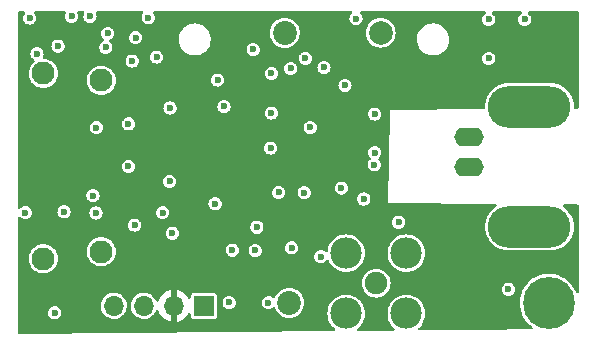
<source format=gbr>
%TF.GenerationSoftware,KiCad,Pcbnew,(6.0.4-0)*%
%TF.CreationDate,2023-05-17T14:52:11-05:00*%
%TF.ProjectId,voltage_sense,766f6c74-6167-4655-9f73-656e73652e6b,rev?*%
%TF.SameCoordinates,Original*%
%TF.FileFunction,Copper,L5,Inr*%
%TF.FilePolarity,Positive*%
%FSLAX46Y46*%
G04 Gerber Fmt 4.6, Leading zero omitted, Abs format (unit mm)*
G04 Created by KiCad (PCBNEW (6.0.4-0)) date 2023-05-17 14:52:11*
%MOMM*%
%LPD*%
G01*
G04 APERTURE LIST*
%TA.AperFunction,ComponentPad*%
%ADD10R,1.700000X1.700000*%
%TD*%
%TA.AperFunction,ComponentPad*%
%ADD11O,1.700000X1.700000*%
%TD*%
%TA.AperFunction,ComponentPad*%
%ADD12C,2.020000*%
%TD*%
%TA.AperFunction,ComponentPad*%
%ADD13C,2.000000*%
%TD*%
%TA.AperFunction,ComponentPad*%
%ADD14O,2.500000X1.600000*%
%TD*%
%TA.AperFunction,ComponentPad*%
%ADD15O,7.000000X3.500000*%
%TD*%
%TA.AperFunction,ComponentPad*%
%ADD16C,1.950000*%
%TD*%
%TA.AperFunction,ComponentPad*%
%ADD17C,4.400000*%
%TD*%
%TA.AperFunction,ComponentPad*%
%ADD18C,1.905000*%
%TD*%
%TA.AperFunction,ComponentPad*%
%ADD19C,2.667000*%
%TD*%
%TA.AperFunction,ViaPad*%
%ADD20C,0.600000*%
%TD*%
G04 APERTURE END LIST*
D10*
%TO.N,+5V*%
%TO.C,J2*%
X16002000Y3111500D03*
D11*
%TO.N,-15V*%
X13462000Y3111500D03*
%TO.N,+15V*%
X10922000Y3111500D03*
%TO.N,GND*%
X8382000Y3111500D03*
%TD*%
D12*
%TO.N,Net-(C13-Pad2)*%
%TO.C,TP1*%
X23241000Y3365500D03*
%TD*%
D13*
%TO.N,GND*%
%TO.C,TP9*%
X30988000Y26225500D03*
%TD*%
D14*
%TO.N,Net-(J5-Pad1)*%
%TO.C,J5*%
X38501200Y14897100D03*
D15*
%TO.N,GND*%
X43581200Y19977100D03*
D14*
X38501200Y17437100D03*
D15*
X43581200Y9817100D03*
%TD*%
D16*
%TO.N,Net-(FB1-Pad1)*%
%TO.C,J4*%
X7318000Y7697900D03*
X2418000Y7097900D03*
X7318000Y22197900D03*
X2418000Y22797900D03*
%TD*%
D17*
%TO.N,Net-(H3-Pad1)*%
%TO.C,H3*%
X45212000Y3365500D03*
%TD*%
D12*
%TO.N,Net-(C1-Pad2)*%
%TO.C,TP2*%
X22860000Y26225500D03*
%TD*%
D18*
%TO.N,/vsense/SMA_OUT*%
%TO.C,J1*%
X30607000Y5016500D03*
D19*
%TO.N,GND*%
X33156900Y7566400D03*
%TO.N,N/C*%
X33156900Y2466600D03*
X28057100Y2466600D03*
X28057100Y7566400D03*
%TD*%
D20*
%TO.N,Net-(R12-Pad1)*%
X32512000Y10198700D03*
%TO.N,Net-(C12-Pad2)*%
X21727600Y19439600D03*
%TO.N,Net-(C19-Pad1)*%
X7705900Y24996300D03*
%TO.N,Net-(IC1-Pad6)*%
X16962200Y11745700D03*
%TO.N,Net-(R6-Pad1)*%
X23432000Y8026400D03*
%TO.N,Net-(C12-Pad1)*%
X17714600Y19993200D03*
X17168900Y22236700D03*
%TO.N,+3V3*%
X23368000Y23217000D03*
X21673500Y16466800D03*
X7871400Y26184500D03*
%TO.N,Net-(C8-Pad2)*%
X22348800Y12719300D03*
%TO.N,Net-(C7-Pad2)*%
X27658000Y13080500D03*
X13112000Y13649500D03*
%TO.N,Net-(C7-Pad1)*%
X29558900Y12150100D03*
%TO.N,-15V*%
X23805200Y16573500D03*
X9657100Y15738200D03*
X10160000Y6682600D03*
X30366000Y20879600D03*
X43180000Y24079700D03*
X23293800Y10784200D03*
X19493000Y16761000D03*
X34142300Y20168500D03*
%TO.N,+15V*%
X30480000Y19355900D03*
X1881200Y24461400D03*
X24505500Y12690700D03*
X13152000Y19864400D03*
X6620500Y12436100D03*
X25013500Y18225300D03*
X30435100Y15053700D03*
X40132000Y27366500D03*
%TO.N,+5V*%
X4172600Y11069800D03*
X12009700Y24182300D03*
X11297500Y27498400D03*
X4813000Y27624300D03*
X9628000Y18518200D03*
X12529700Y11007600D03*
%TO.N,GND*%
X21472000Y3373300D03*
X30480000Y16089900D03*
X899400Y11003600D03*
X3670100Y25102100D03*
X10230000Y25827200D03*
X20188800Y24827600D03*
X1257000Y27488100D03*
X27960000Y21780500D03*
X3377500Y2522400D03*
X9941600Y23840900D03*
X26182900Y23293700D03*
X24608400Y24071100D03*
X41800000Y4520000D03*
X10160000Y9947400D03*
X6909200Y18197900D03*
X18414000Y7828100D03*
X18151400Y3410400D03*
X6878700Y10965300D03*
X6363000Y27615700D03*
X9622800Y14912400D03*
X25913300Y7267500D03*
X40132000Y24072200D03*
X43180000Y27363900D03*
X20501000Y9775500D03*
X21717700Y22796500D03*
X28893200Y27419700D03*
X20357800Y7804000D03*
X13339900Y9261500D03*
%TD*%
%TA.AperFunction,Conductor*%
%TO.N,-15V*%
G36*
X811822Y28042998D02*
G01*
X858315Y27989342D01*
X868419Y27919068D01*
X843664Y27860296D01*
X836420Y27850855D01*
X772645Y27767742D01*
X769486Y27760116D01*
X769485Y27760114D01*
X741153Y27691714D01*
X716772Y27632854D01*
X715695Y27624670D01*
X715694Y27624668D01*
X708771Y27572080D01*
X697715Y27488100D01*
X698793Y27479912D01*
X714802Y27358312D01*
X716772Y27343346D01*
X729374Y27312922D01*
X768379Y27218758D01*
X772645Y27208458D01*
X777672Y27201907D01*
X853623Y27102926D01*
X861526Y27092626D01*
X868076Y27087600D01*
X868079Y27087597D01*
X968052Y27010885D01*
X977357Y27003745D01*
X1112246Y26947872D01*
X1120434Y26946794D01*
X1169207Y26940373D01*
X1257000Y26928815D01*
X1265188Y26929893D01*
X1393566Y26946794D01*
X1401754Y26947872D01*
X1536643Y27003745D01*
X1545948Y27010885D01*
X1645921Y27087597D01*
X1645924Y27087600D01*
X1652474Y27092626D01*
X1660378Y27102926D01*
X1736328Y27201907D01*
X1741355Y27208458D01*
X1745622Y27218758D01*
X1784626Y27312922D01*
X1797228Y27343346D01*
X1799199Y27358312D01*
X1815207Y27479912D01*
X1816285Y27488100D01*
X1805229Y27572080D01*
X1798306Y27624668D01*
X1798305Y27624670D01*
X1797228Y27632854D01*
X1772847Y27691714D01*
X1744515Y27760114D01*
X1744514Y27760116D01*
X1741355Y27767742D01*
X1677580Y27850855D01*
X1670336Y27860296D01*
X1644736Y27926517D01*
X1659001Y27996065D01*
X1708602Y28046861D01*
X1770299Y28063000D01*
X4205956Y28063000D01*
X4274077Y28042998D01*
X4320570Y27989342D01*
X4330674Y27919068D01*
X4322365Y27888782D01*
X4293957Y27820198D01*
X4272772Y27769054D01*
X4271695Y27760870D01*
X4271694Y27760868D01*
X4270978Y27755428D01*
X4253715Y27624300D01*
X4254793Y27616112D01*
X4270018Y27500468D01*
X4272772Y27479546D01*
X4279113Y27464238D01*
X4320675Y27363900D01*
X4328645Y27344658D01*
X4352997Y27312922D01*
X4387989Y27267320D01*
X4417526Y27228826D01*
X4424076Y27223800D01*
X4424079Y27223797D01*
X4526804Y27144973D01*
X4533357Y27139945D01*
X4668246Y27084072D01*
X4676434Y27082994D01*
X4733570Y27075472D01*
X4813000Y27065015D01*
X4821188Y27066093D01*
X4949566Y27082994D01*
X4957754Y27084072D01*
X5092643Y27139945D01*
X5099196Y27144973D01*
X5201921Y27223797D01*
X5201924Y27223800D01*
X5208474Y27228826D01*
X5238012Y27267320D01*
X5273003Y27312922D01*
X5297355Y27344658D01*
X5305326Y27363900D01*
X5346887Y27464238D01*
X5353228Y27479546D01*
X5355983Y27500468D01*
X5371207Y27616112D01*
X5372285Y27624300D01*
X5355022Y27755428D01*
X5354306Y27760868D01*
X5354305Y27760870D01*
X5353228Y27769054D01*
X5332043Y27820198D01*
X5303635Y27888782D01*
X5296046Y27959371D01*
X5327825Y28022858D01*
X5388883Y28059086D01*
X5420044Y28063000D01*
X5759518Y28063000D01*
X5827639Y28042998D01*
X5874132Y27989342D01*
X5884236Y27919068D01*
X5875927Y27888782D01*
X5842724Y27808623D01*
X5822772Y27760454D01*
X5821695Y27752270D01*
X5821694Y27752268D01*
X5813722Y27691714D01*
X5803715Y27615700D01*
X5804793Y27607512D01*
X5821640Y27479546D01*
X5822772Y27470946D01*
X5825931Y27463320D01*
X5875083Y27344658D01*
X5878645Y27336058D01*
X5896398Y27312922D01*
X5931390Y27267320D01*
X5967526Y27220226D01*
X5974076Y27215200D01*
X5974079Y27215197D01*
X6076804Y27136373D01*
X6083357Y27131345D01*
X6218246Y27075472D01*
X6363000Y27056415D01*
X6371188Y27057493D01*
X6499566Y27074394D01*
X6507754Y27075472D01*
X6642643Y27131345D01*
X6649196Y27136373D01*
X6751921Y27215197D01*
X6751924Y27215200D01*
X6758474Y27220226D01*
X6794611Y27267320D01*
X6829602Y27312922D01*
X6847355Y27336058D01*
X6850918Y27344658D01*
X6900069Y27463320D01*
X6903228Y27470946D01*
X6904361Y27479546D01*
X6921207Y27607512D01*
X6922285Y27615700D01*
X6912278Y27691714D01*
X6904306Y27752268D01*
X6904305Y27752270D01*
X6903228Y27760454D01*
X6883276Y27808623D01*
X6850073Y27888782D01*
X6842484Y27959372D01*
X6874263Y28022859D01*
X6935321Y28059086D01*
X6966482Y28063000D01*
X10776298Y28063000D01*
X10844419Y28042998D01*
X10890912Y27989342D01*
X10901016Y27919068D01*
X10876260Y27860296D01*
X10818175Y27784598D01*
X10818173Y27784595D01*
X10813145Y27778042D01*
X10809986Y27770416D01*
X10809985Y27770414D01*
X10805719Y27760114D01*
X10757272Y27643154D01*
X10756195Y27634970D01*
X10756194Y27634968D01*
X10747915Y27572080D01*
X10738215Y27498400D01*
X10739293Y27490212D01*
X10755580Y27366500D01*
X10757272Y27353646D01*
X10772833Y27316079D01*
X10808975Y27228826D01*
X10813145Y27218758D01*
X10902026Y27102926D01*
X10908576Y27097900D01*
X10908579Y27097897D01*
X11011304Y27019073D01*
X11017857Y27014045D01*
X11152746Y26958172D01*
X11297500Y26939115D01*
X11305688Y26940193D01*
X11307056Y26940373D01*
X11442254Y26958172D01*
X11577143Y27014045D01*
X11583696Y27019073D01*
X11686421Y27097897D01*
X11686424Y27097900D01*
X11692974Y27102926D01*
X11781855Y27218758D01*
X11786026Y27228826D01*
X11822167Y27316079D01*
X11837728Y27353646D01*
X11839421Y27366500D01*
X11855707Y27490212D01*
X11856785Y27498400D01*
X11847085Y27572080D01*
X11838806Y27634968D01*
X11838805Y27634970D01*
X11837728Y27643154D01*
X11789281Y27760114D01*
X11785015Y27770414D01*
X11785014Y27770416D01*
X11781855Y27778042D01*
X11776827Y27784595D01*
X11776825Y27784598D01*
X11718740Y27860296D01*
X11693139Y27926516D01*
X11707404Y27996065D01*
X11757005Y28046861D01*
X11818702Y28063000D01*
X28449514Y28063000D01*
X28517635Y28042998D01*
X28564128Y27989342D01*
X28574232Y27919068D01*
X28544738Y27854488D01*
X28526219Y27837038D01*
X28526218Y27837037D01*
X28497726Y27815174D01*
X28408845Y27699342D01*
X28405686Y27691716D01*
X28405685Y27691714D01*
X28385732Y27643542D01*
X28352972Y27564454D01*
X28333915Y27419700D01*
X28335344Y27408847D01*
X28347251Y27318405D01*
X28352972Y27274946D01*
X28356131Y27267320D01*
X28386778Y27193333D01*
X28408845Y27140058D01*
X28432311Y27109477D01*
X28488002Y27036899D01*
X28497726Y27024226D01*
X28504276Y27019200D01*
X28504279Y27019197D01*
X28597690Y26947520D01*
X28613557Y26935345D01*
X28748446Y26879472D01*
X28893200Y26860415D01*
X28901388Y26861493D01*
X29029766Y26878394D01*
X29037954Y26879472D01*
X29172843Y26935345D01*
X29188710Y26947520D01*
X29282121Y27019197D01*
X29282124Y27019200D01*
X29288674Y27024226D01*
X29298399Y27036899D01*
X29354089Y27109477D01*
X29377555Y27140058D01*
X29399623Y27193333D01*
X29430269Y27267320D01*
X29433428Y27274946D01*
X29439150Y27318405D01*
X29451056Y27408847D01*
X29452485Y27419700D01*
X29433428Y27564454D01*
X29400668Y27643542D01*
X29380715Y27691714D01*
X29380714Y27691716D01*
X29377555Y27699342D01*
X29329496Y27761974D01*
X29293701Y27808623D01*
X29293700Y27808624D01*
X29288674Y27815174D01*
X29260179Y27837039D01*
X29218313Y27894377D01*
X29214092Y27965248D01*
X29248857Y28027150D01*
X29311570Y28060431D01*
X29336885Y28063000D01*
X39757646Y28063000D01*
X39825767Y28042998D01*
X39872260Y27989342D01*
X39882364Y27919068D01*
X39852870Y27854488D01*
X39834351Y27837038D01*
X39736526Y27761974D01*
X39647645Y27646142D01*
X39644486Y27638516D01*
X39644485Y27638514D01*
X39638427Y27623888D01*
X39591772Y27511254D01*
X39590695Y27503070D01*
X39590694Y27503068D01*
X39585582Y27464238D01*
X39572715Y27366500D01*
X39573793Y27358312D01*
X39578209Y27324772D01*
X39591772Y27221746D01*
X39594931Y27214120D01*
X39630527Y27128185D01*
X39647645Y27086858D01*
X39684480Y27038854D01*
X39731066Y26978142D01*
X39736526Y26971026D01*
X39743076Y26966000D01*
X39743079Y26965997D01*
X39845804Y26887173D01*
X39852357Y26882145D01*
X39987246Y26826272D01*
X39995434Y26825194D01*
X40059623Y26816744D01*
X40132000Y26807215D01*
X40140188Y26808293D01*
X40268566Y26825194D01*
X40276754Y26826272D01*
X40411643Y26882145D01*
X40418196Y26887173D01*
X40520921Y26965997D01*
X40520924Y26966000D01*
X40527474Y26971026D01*
X40532935Y26978142D01*
X40579520Y27038854D01*
X40616355Y27086858D01*
X40633474Y27128185D01*
X40669069Y27214120D01*
X40672228Y27221746D01*
X40685792Y27324772D01*
X40690207Y27358312D01*
X40691285Y27366500D01*
X40678418Y27464238D01*
X40673306Y27503068D01*
X40673305Y27503070D01*
X40672228Y27511254D01*
X40625573Y27623888D01*
X40619515Y27638514D01*
X40619514Y27638516D01*
X40616355Y27646142D01*
X40527474Y27761974D01*
X40429648Y27837039D01*
X40387782Y27894376D01*
X40383561Y27965247D01*
X40418326Y28027150D01*
X40481039Y28060431D01*
X40506354Y28063000D01*
X42809034Y28063000D01*
X42877155Y28042998D01*
X42923648Y27989342D01*
X42933752Y27919068D01*
X42904258Y27854488D01*
X42885738Y27837038D01*
X42791076Y27764401D01*
X42791072Y27764397D01*
X42784526Y27759374D01*
X42695645Y27643542D01*
X42692486Y27635916D01*
X42692485Y27635914D01*
X42687504Y27623888D01*
X42639772Y27508654D01*
X42638695Y27500470D01*
X42638694Y27500468D01*
X42628061Y27419700D01*
X42620715Y27363900D01*
X42621793Y27355712D01*
X42638498Y27228826D01*
X42639772Y27219146D01*
X42642931Y27211520D01*
X42692179Y27092626D01*
X42695645Y27084258D01*
X42710411Y27065015D01*
X42777071Y26978142D01*
X42784526Y26968426D01*
X42791076Y26963400D01*
X42791079Y26963397D01*
X42875142Y26898893D01*
X42900357Y26879545D01*
X43035246Y26823672D01*
X43180000Y26804615D01*
X43188188Y26805693D01*
X43207938Y26808293D01*
X43324754Y26823672D01*
X43459643Y26879545D01*
X43484858Y26898893D01*
X43568921Y26963397D01*
X43568924Y26963400D01*
X43575474Y26968426D01*
X43582930Y26978142D01*
X43649589Y27065015D01*
X43664355Y27084258D01*
X43667822Y27092626D01*
X43717069Y27211520D01*
X43720228Y27219146D01*
X43721503Y27228826D01*
X43738207Y27355712D01*
X43739285Y27363900D01*
X43731939Y27419700D01*
X43721306Y27500468D01*
X43721305Y27500470D01*
X43720228Y27508654D01*
X43672496Y27623888D01*
X43667515Y27635914D01*
X43667514Y27635916D01*
X43664355Y27643542D01*
X43575474Y27759374D01*
X43568923Y27764401D01*
X43568921Y27764403D01*
X43474261Y27837038D01*
X43432394Y27894376D01*
X43428172Y27965247D01*
X43462936Y28027150D01*
X43525649Y28060431D01*
X43550965Y28063000D01*
X47619500Y28063000D01*
X47687621Y28042998D01*
X47734114Y27989342D01*
X47745500Y27937000D01*
X47745500Y19904332D01*
X47725498Y19836211D01*
X47671842Y19789718D01*
X47620038Y19778333D01*
X47463955Y19777666D01*
X47395750Y19797377D01*
X47349028Y19850833D01*
X47337887Y19914537D01*
X47340572Y19945534D01*
X47338626Y19980906D01*
X47330433Y20129768D01*
X47324974Y20228972D01*
X47320131Y20253323D01*
X47286243Y20423685D01*
X47269594Y20507385D01*
X47175538Y20775216D01*
X47147807Y20828602D01*
X47046735Y21023174D01*
X47046734Y21023176D01*
X47044683Y21027124D01*
X47042100Y21030739D01*
X47042096Y21030745D01*
X46892365Y21240272D01*
X46879639Y21258080D01*
X46683699Y21463477D01*
X46627375Y21507880D01*
X46464270Y21636462D01*
X46460774Y21639218D01*
X46271452Y21749185D01*
X46219158Y21779560D01*
X46219152Y21779563D01*
X46215311Y21781794D01*
X46154167Y21806560D01*
X45956339Y21886689D01*
X45956331Y21886692D01*
X45952207Y21888362D01*
X45676712Y21956795D01*
X45434614Y21981600D01*
X41758889Y21981600D01*
X41548042Y21966671D01*
X41543687Y21965733D01*
X41543684Y21965733D01*
X41274881Y21907861D01*
X41274879Y21907861D01*
X41270534Y21906925D01*
X41004213Y21808674D01*
X41000295Y21806560D01*
X40802123Y21699632D01*
X40754392Y21673878D01*
X40526056Y21505227D01*
X40522877Y21502098D01*
X40522874Y21502095D01*
X40483645Y21463477D01*
X40323762Y21306086D01*
X40272712Y21239194D01*
X40188657Y21129055D01*
X40151545Y21080427D01*
X40012841Y20832755D01*
X40011236Y20828606D01*
X40011234Y20828602D01*
X39949462Y20668930D01*
X39910419Y20568009D01*
X39909417Y20563688D01*
X39909415Y20563680D01*
X39871817Y20401469D01*
X39846322Y20291474D01*
X39821828Y20008666D01*
X39822072Y20004231D01*
X39822072Y20004227D01*
X39829050Y19877420D01*
X39812821Y19808303D01*
X39761800Y19758932D01*
X39703781Y19744498D01*
X31750162Y19710504D01*
X31656496Y15449469D01*
X31578430Y11898080D01*
X31575880Y11782098D01*
X31589984Y11782035D01*
X31589985Y11782035D01*
X40680613Y11741557D01*
X40748644Y11721252D01*
X40794898Y11667389D01*
X40804688Y11597071D01*
X40774908Y11532622D01*
X40753868Y11514587D01*
X40754392Y11513878D01*
X40526056Y11345227D01*
X40522877Y11342098D01*
X40522874Y11342095D01*
X40440846Y11261345D01*
X40323762Y11146086D01*
X40321056Y11142540D01*
X40192040Y10973488D01*
X40151545Y10920427D01*
X40012841Y10672755D01*
X40011236Y10668606D01*
X40011234Y10668602D01*
X39979908Y10587628D01*
X39910419Y10408009D01*
X39909417Y10403688D01*
X39909415Y10403680D01*
X39869992Y10233593D01*
X39846322Y10131474D01*
X39821828Y9848666D01*
X39822072Y9844231D01*
X39822072Y9844227D01*
X39824411Y9801728D01*
X39837426Y9565228D01*
X39838293Y9560868D01*
X39838294Y9560862D01*
X39858380Y9459885D01*
X39892806Y9286815D01*
X39894284Y9282605D01*
X39894285Y9282603D01*
X39917599Y9216215D01*
X39986862Y9018984D01*
X39988915Y9015033D01*
X39988917Y9015027D01*
X40114128Y8773985D01*
X40117717Y8767076D01*
X40120300Y8763461D01*
X40120304Y8763455D01*
X40170826Y8692757D01*
X40282761Y8536120D01*
X40478701Y8330723D01*
X40482197Y8327967D01*
X40482198Y8327966D01*
X40681112Y8171154D01*
X40701626Y8154982D01*
X40782956Y8107742D01*
X40943242Y8014640D01*
X40943248Y8014637D01*
X40947089Y8012406D01*
X40951212Y8010736D01*
X41206061Y7907511D01*
X41206069Y7907508D01*
X41210193Y7905838D01*
X41485688Y7837405D01*
X41727786Y7812600D01*
X45403511Y7812600D01*
X45614358Y7827529D01*
X45618713Y7828467D01*
X45618716Y7828467D01*
X45887519Y7886339D01*
X45887521Y7886339D01*
X45891866Y7887275D01*
X46158187Y7985526D01*
X46249115Y8034588D01*
X46404092Y8118209D01*
X46408008Y8120322D01*
X46636344Y8288973D01*
X46641234Y8293786D01*
X46764694Y8415323D01*
X46838638Y8488114D01*
X46954135Y8639452D01*
X47008150Y8710228D01*
X47008153Y8710232D01*
X47010855Y8713773D01*
X47149559Y8961445D01*
X47157940Y8983107D01*
X47226107Y9159310D01*
X47251981Y9226191D01*
X47252983Y9230512D01*
X47252985Y9230520D01*
X47308046Y9468073D01*
X47316078Y9502726D01*
X47340572Y9785534D01*
X47339631Y9802646D01*
X47331214Y9955588D01*
X47324974Y10068972D01*
X47321992Y10083968D01*
X47286376Y10263015D01*
X47269594Y10347385D01*
X47235555Y10444315D01*
X47177016Y10611007D01*
X47175538Y10615216D01*
X47147807Y10668602D01*
X47046735Y10863174D01*
X47046734Y10863176D01*
X47044683Y10867124D01*
X47042100Y10870739D01*
X47042096Y10870745D01*
X46882227Y11094458D01*
X46879639Y11098080D01*
X46683699Y11303477D01*
X46627375Y11347880D01*
X46464270Y11476462D01*
X46460774Y11479218D01*
X46456923Y11481455D01*
X46453238Y11483959D01*
X46454062Y11485172D01*
X46409545Y11532109D01*
X46396295Y11601858D01*
X46422857Y11667698D01*
X46480798Y11708726D01*
X46522253Y11715546D01*
X47620062Y11710658D01*
X47688092Y11690353D01*
X47734346Y11636490D01*
X47745500Y11584659D01*
X47745500Y4306651D01*
X47725498Y4238530D01*
X47671842Y4192037D01*
X47601568Y4181933D01*
X47536988Y4211427D01*
X47502277Y4263777D01*
X47501329Y4263402D01*
X47499875Y4267074D01*
X47498649Y4270848D01*
X47367147Y4550302D01*
X47337434Y4597123D01*
X47203780Y4807727D01*
X47201658Y4811071D01*
X47004791Y5049043D01*
X46779651Y5260464D01*
X46776447Y5262792D01*
X46532996Y5439669D01*
X46532991Y5439672D01*
X46529787Y5442000D01*
X46259142Y5590789D01*
X45971982Y5704484D01*
X45672837Y5781291D01*
X45366424Y5820000D01*
X45057576Y5820000D01*
X44751163Y5781291D01*
X44452018Y5704484D01*
X44164858Y5590789D01*
X43894213Y5442000D01*
X43891009Y5439672D01*
X43891004Y5439669D01*
X43647553Y5262792D01*
X43644349Y5260464D01*
X43419209Y5049043D01*
X43222342Y4811071D01*
X43220220Y4807727D01*
X43086567Y4597123D01*
X43056853Y4550302D01*
X42925351Y4270848D01*
X42829912Y3977116D01*
X42772040Y3673739D01*
X42752647Y3365500D01*
X42772040Y3057261D01*
X42829912Y2753884D01*
X42925351Y2460152D01*
X43056853Y2180698D01*
X43058971Y2177360D01*
X43058973Y2177357D01*
X43110496Y2096170D01*
X43222342Y1919929D01*
X43419209Y1681957D01*
X43644349Y1470536D01*
X43790643Y1364248D01*
X43833996Y1308027D01*
X43840072Y1237291D01*
X43806940Y1174499D01*
X43745120Y1139588D01*
X43717820Y1136319D01*
X39576118Y1095578D01*
X34278546Y1043469D01*
X34210235Y1062799D01*
X34163217Y1115995D01*
X34152422Y1186166D01*
X34181279Y1251034D01*
X34195479Y1265273D01*
X34279501Y1337035D01*
X34283257Y1340243D01*
X34445591Y1530311D01*
X34576193Y1743434D01*
X34590497Y1777966D01*
X34669955Y1969795D01*
X34669957Y1969801D01*
X34671847Y1974364D01*
X34674481Y1985332D01*
X34719127Y2171297D01*
X34730199Y2217414D01*
X34749810Y2466600D01*
X34730199Y2715786D01*
X34695991Y2858269D01*
X34673001Y2954031D01*
X34672999Y2954036D01*
X34671847Y2958836D01*
X34669957Y2963399D01*
X34669955Y2963405D01*
X34578088Y3185192D01*
X34578086Y3185196D01*
X34576193Y3189766D01*
X34445591Y3402889D01*
X34303509Y3569245D01*
X34286465Y3589201D01*
X34283257Y3592957D01*
X34093189Y3755291D01*
X33880066Y3885893D01*
X33875496Y3887786D01*
X33875492Y3887788D01*
X33653705Y3979655D01*
X33653699Y3979657D01*
X33649136Y3981547D01*
X33644336Y3982699D01*
X33644331Y3982701D01*
X33522946Y4011843D01*
X33406086Y4039899D01*
X33156900Y4059510D01*
X32907714Y4039899D01*
X32790854Y4011843D01*
X32669469Y3982701D01*
X32669464Y3982699D01*
X32664664Y3981547D01*
X32660101Y3979657D01*
X32660095Y3979655D01*
X32438308Y3887788D01*
X32438304Y3887786D01*
X32433734Y3885893D01*
X32220611Y3755291D01*
X32030543Y3592957D01*
X32027335Y3589201D01*
X32010291Y3569245D01*
X31868209Y3402889D01*
X31737607Y3189766D01*
X31735714Y3185196D01*
X31735712Y3185192D01*
X31643845Y2963405D01*
X31643843Y2963399D01*
X31641953Y2958836D01*
X31640801Y2954036D01*
X31640799Y2954031D01*
X31617809Y2858269D01*
X31583601Y2715786D01*
X31563990Y2466600D01*
X31583601Y2217414D01*
X31594673Y2171297D01*
X31639320Y1985332D01*
X31641953Y1974364D01*
X31643843Y1969801D01*
X31643845Y1969795D01*
X31723303Y1777966D01*
X31737607Y1743434D01*
X31868209Y1530311D01*
X32030543Y1340243D01*
X32034299Y1337035D01*
X32143834Y1243483D01*
X32182643Y1184032D01*
X32183149Y1113038D01*
X32145193Y1053039D01*
X32080824Y1023086D01*
X32063242Y1021678D01*
X29119331Y992720D01*
X29051017Y1012051D01*
X29003999Y1065247D01*
X28993204Y1135418D01*
X29022061Y1200286D01*
X29036261Y1214525D01*
X29179701Y1337035D01*
X29183457Y1340243D01*
X29345791Y1530311D01*
X29476393Y1743434D01*
X29490697Y1777966D01*
X29570155Y1969795D01*
X29570157Y1969801D01*
X29572047Y1974364D01*
X29574681Y1985332D01*
X29619327Y2171297D01*
X29630399Y2217414D01*
X29650010Y2466600D01*
X29630399Y2715786D01*
X29596191Y2858269D01*
X29573201Y2954031D01*
X29573199Y2954036D01*
X29572047Y2958836D01*
X29570157Y2963399D01*
X29570155Y2963405D01*
X29478288Y3185192D01*
X29478286Y3185196D01*
X29476393Y3189766D01*
X29345791Y3402889D01*
X29203709Y3569245D01*
X29186665Y3589201D01*
X29183457Y3592957D01*
X28993389Y3755291D01*
X28780266Y3885893D01*
X28775696Y3887786D01*
X28775692Y3887788D01*
X28553905Y3979655D01*
X28553899Y3979657D01*
X28549336Y3981547D01*
X28544536Y3982699D01*
X28544531Y3982701D01*
X28423146Y4011843D01*
X28306286Y4039899D01*
X28057100Y4059510D01*
X27807914Y4039899D01*
X27691054Y4011843D01*
X27569669Y3982701D01*
X27569664Y3982699D01*
X27564864Y3981547D01*
X27560301Y3979657D01*
X27560295Y3979655D01*
X27338508Y3887788D01*
X27338504Y3887786D01*
X27333934Y3885893D01*
X27120811Y3755291D01*
X26930743Y3592957D01*
X26927535Y3589201D01*
X26910491Y3569245D01*
X26768409Y3402889D01*
X26637807Y3189766D01*
X26635914Y3185196D01*
X26635912Y3185192D01*
X26544045Y2963405D01*
X26544043Y2963399D01*
X26542153Y2958836D01*
X26541001Y2954036D01*
X26540999Y2954031D01*
X26518009Y2858269D01*
X26483801Y2715786D01*
X26464190Y2466600D01*
X26483801Y2217414D01*
X26494873Y2171297D01*
X26539520Y1985332D01*
X26542153Y1974364D01*
X26544043Y1969801D01*
X26544045Y1969795D01*
X26623503Y1777966D01*
X26637807Y1743434D01*
X26768409Y1530311D01*
X26930743Y1340243D01*
X27077940Y1214525D01*
X27102100Y1193890D01*
X27140909Y1134439D01*
X27141415Y1063445D01*
X27103459Y1003446D01*
X27039091Y973493D01*
X27021508Y972085D01*
X381739Y710042D01*
X313425Y729373D01*
X266407Y782569D01*
X254500Y836036D01*
X254500Y2522400D01*
X2818215Y2522400D01*
X2819293Y2514212D01*
X2836031Y2387076D01*
X2837272Y2377646D01*
X2840431Y2370020D01*
X2884387Y2263902D01*
X2893145Y2242758D01*
X2930153Y2194528D01*
X2945105Y2175043D01*
X2982026Y2126926D01*
X2988576Y2121900D01*
X2988579Y2121897D01*
X3075392Y2055283D01*
X3097857Y2038045D01*
X3232746Y1982172D01*
X3377500Y1963115D01*
X3385688Y1964193D01*
X3514066Y1981094D01*
X3522254Y1982172D01*
X3657143Y2038045D01*
X3679608Y2055283D01*
X3766421Y2121897D01*
X3766424Y2121900D01*
X3772974Y2126926D01*
X3809896Y2175043D01*
X3824847Y2194528D01*
X3861855Y2242758D01*
X3870614Y2263902D01*
X3914569Y2370020D01*
X3917728Y2377646D01*
X3918970Y2387076D01*
X3935707Y2514212D01*
X3936785Y2522400D01*
X3917728Y2667154D01*
X3895592Y2720595D01*
X3865015Y2794414D01*
X3865014Y2794416D01*
X3861855Y2802042D01*
X3772974Y2917874D01*
X3766424Y2922900D01*
X3766421Y2922903D01*
X3663696Y3001727D01*
X3663694Y3001728D01*
X3657143Y3006755D01*
X3522254Y3062628D01*
X3377500Y3081685D01*
X3369312Y3080607D01*
X3240932Y3063706D01*
X3240930Y3063705D01*
X3232746Y3062628D01*
X3210374Y3053361D01*
X3105486Y3009915D01*
X3105484Y3009914D01*
X3097858Y3006755D01*
X3067540Y2983491D01*
X2999607Y2931364D01*
X2982026Y2917874D01*
X2893145Y2802042D01*
X2889986Y2794416D01*
X2889985Y2794414D01*
X2859408Y2720595D01*
X2837272Y2667154D01*
X2818215Y2522400D01*
X254500Y2522400D01*
X254500Y3140536D01*
X7273148Y3140536D01*
X7286424Y2937978D01*
X7287845Y2932382D01*
X7287846Y2932377D01*
X7334971Y2746826D01*
X7336392Y2741231D01*
X7338809Y2735988D01*
X7374316Y2658968D01*
X7421377Y2556884D01*
X7538533Y2391111D01*
X7683938Y2249465D01*
X7688742Y2246255D01*
X7739103Y2212605D01*
X7852720Y2136688D01*
X7858023Y2134410D01*
X7858026Y2134408D01*
X8033921Y2058838D01*
X8039228Y2056558D01*
X8112244Y2040036D01*
X8231579Y2013033D01*
X8231584Y2013032D01*
X8237216Y2011758D01*
X8242987Y2011531D01*
X8242989Y2011531D01*
X8302756Y2009183D01*
X8440053Y2003788D01*
X8547348Y2019345D01*
X8635231Y2032087D01*
X8635236Y2032088D01*
X8640945Y2032916D01*
X8646409Y2034771D01*
X8646414Y2034772D01*
X8827693Y2096308D01*
X8827698Y2096310D01*
X8833165Y2098166D01*
X9010276Y2197353D01*
X9028615Y2212605D01*
X9137696Y2303328D01*
X9166345Y2327155D01*
X9208338Y2377646D01*
X9292453Y2478782D01*
X9292455Y2478785D01*
X9296147Y2483224D01*
X9395334Y2660335D01*
X9397190Y2665802D01*
X9397192Y2665807D01*
X9458728Y2847086D01*
X9458729Y2847091D01*
X9460584Y2852555D01*
X9461412Y2858264D01*
X9461413Y2858269D01*
X9482942Y3006755D01*
X9489712Y3053447D01*
X9491232Y3111500D01*
X9488564Y3140536D01*
X9813148Y3140536D01*
X9826424Y2937978D01*
X9827845Y2932382D01*
X9827846Y2932377D01*
X9874971Y2746826D01*
X9876392Y2741231D01*
X9878809Y2735988D01*
X9914316Y2658968D01*
X9961377Y2556884D01*
X10078533Y2391111D01*
X10223938Y2249465D01*
X10228742Y2246255D01*
X10279103Y2212605D01*
X10392720Y2136688D01*
X10398023Y2134410D01*
X10398026Y2134408D01*
X10573921Y2058838D01*
X10579228Y2056558D01*
X10652244Y2040036D01*
X10771579Y2013033D01*
X10771584Y2013032D01*
X10777216Y2011758D01*
X10782987Y2011531D01*
X10782989Y2011531D01*
X10842756Y2009183D01*
X10980053Y2003788D01*
X11087348Y2019345D01*
X11175231Y2032087D01*
X11175236Y2032088D01*
X11180945Y2032916D01*
X11186409Y2034771D01*
X11186414Y2034772D01*
X11367693Y2096308D01*
X11367698Y2096310D01*
X11373165Y2098166D01*
X11550276Y2197353D01*
X11568615Y2212605D01*
X11677696Y2303328D01*
X11706345Y2327155D01*
X11748338Y2377646D01*
X11832453Y2478782D01*
X11832455Y2478785D01*
X11836147Y2483224D01*
X11935334Y2660335D01*
X11937720Y2667365D01*
X11938170Y2668004D01*
X11939541Y2671084D01*
X11940146Y2670815D01*
X11978553Y2725441D01*
X12044305Y2752222D01*
X12114098Y2739205D01*
X12165773Y2690520D01*
X12173777Y2674271D01*
X12243770Y2501897D01*
X12248413Y2492706D01*
X12359694Y2311112D01*
X12365777Y2302801D01*
X12505213Y2141833D01*
X12512580Y2134617D01*
X12676434Y1998584D01*
X12684881Y1992669D01*
X12868756Y1885221D01*
X12878042Y1880771D01*
X13077001Y1804797D01*
X13086899Y1801921D01*
X13190250Y1780894D01*
X13204299Y1782090D01*
X13208000Y1792435D01*
X13208000Y1792983D01*
X13716000Y1792983D01*
X13720064Y1779141D01*
X13733478Y1777107D01*
X13740184Y1777966D01*
X13750262Y1780108D01*
X13954255Y1841309D01*
X13963842Y1845067D01*
X14155095Y1938761D01*
X14163945Y1944036D01*
X14337328Y2067708D01*
X14345200Y2074361D01*
X14496052Y2224688D01*
X14502730Y2232535D01*
X14627003Y2405480D01*
X14632310Y2414312D01*
X14658544Y2467391D01*
X14706658Y2519597D01*
X14775360Y2537504D01*
X14842836Y2515425D01*
X14887664Y2460371D01*
X14897501Y2411563D01*
X14897501Y2236434D01*
X14904539Y2201047D01*
X14908587Y2180698D01*
X14912266Y2162199D01*
X14919161Y2151880D01*
X14919162Y2151878D01*
X14956386Y2096170D01*
X14968516Y2078016D01*
X15052699Y2021766D01*
X15126933Y2007000D01*
X16001858Y2007000D01*
X16877066Y2007001D01*
X16912818Y2014112D01*
X16939126Y2019344D01*
X16939128Y2019345D01*
X16951301Y2021766D01*
X16961621Y2028661D01*
X16961622Y2028662D01*
X17025168Y2071123D01*
X17035484Y2078016D01*
X17091734Y2162199D01*
X17106500Y2236433D01*
X17106499Y3410400D01*
X17592115Y3410400D01*
X17593193Y3402212D01*
X17600378Y3347639D01*
X17611172Y3265646D01*
X17629698Y3220920D01*
X17662995Y3140536D01*
X17667045Y3130758D01*
X17755926Y3014926D01*
X17762476Y3009900D01*
X17762479Y3009897D01*
X17857905Y2936674D01*
X17871757Y2926045D01*
X18006646Y2870172D01*
X18151400Y2851115D01*
X18159588Y2852193D01*
X18287966Y2869094D01*
X18296154Y2870172D01*
X18431043Y2926045D01*
X18444895Y2936674D01*
X18540321Y3009897D01*
X18540324Y3009900D01*
X18546874Y3014926D01*
X18635755Y3130758D01*
X18639806Y3140536D01*
X18673102Y3220920D01*
X18691628Y3265646D01*
X18702423Y3347639D01*
X18705801Y3373300D01*
X20912715Y3373300D01*
X20913793Y3365112D01*
X20927892Y3258020D01*
X20931772Y3228546D01*
X20934931Y3220920D01*
X20981789Y3107796D01*
X20987645Y3093658D01*
X21076526Y2977826D01*
X21083076Y2972800D01*
X21083079Y2972797D01*
X21185804Y2893973D01*
X21192357Y2888945D01*
X21327246Y2833072D01*
X21472000Y2814015D01*
X21480188Y2815093D01*
X21608566Y2831994D01*
X21616754Y2833072D01*
X21751643Y2888945D01*
X21780807Y2911323D01*
X21860082Y2972154D01*
X21926302Y2997755D01*
X21995851Y2983491D01*
X22046647Y2933890D01*
X22050981Y2925442D01*
X22139402Y2735822D01*
X22139405Y2735817D01*
X22141728Y2730835D01*
X22144884Y2726328D01*
X22144885Y2726326D01*
X22263530Y2556884D01*
X22268637Y2549590D01*
X22425090Y2393137D01*
X22429598Y2389980D01*
X22429601Y2389978D01*
X22519322Y2327155D01*
X22606335Y2266228D01*
X22611317Y2263905D01*
X22611322Y2263902D01*
X22746116Y2201047D01*
X22806864Y2172720D01*
X22812172Y2171298D01*
X22812174Y2171297D01*
X23015268Y2116878D01*
X23015270Y2116878D01*
X23020583Y2115454D01*
X23241000Y2096170D01*
X23461417Y2115454D01*
X23466730Y2116878D01*
X23466732Y2116878D01*
X23669826Y2171297D01*
X23669828Y2171298D01*
X23675136Y2172720D01*
X23735884Y2201047D01*
X23870678Y2263902D01*
X23870683Y2263905D01*
X23875665Y2266228D01*
X23962678Y2327155D01*
X24052399Y2389978D01*
X24052402Y2389980D01*
X24056910Y2393137D01*
X24213363Y2549590D01*
X24218471Y2556884D01*
X24337115Y2726326D01*
X24337116Y2726328D01*
X24340272Y2730835D01*
X24342595Y2735817D01*
X24342598Y2735822D01*
X24431457Y2926382D01*
X24431457Y2926383D01*
X24433780Y2931364D01*
X24437098Y2943745D01*
X24489622Y3139768D01*
X24489622Y3139770D01*
X24491046Y3145083D01*
X24510330Y3365500D01*
X24491046Y3585917D01*
X24461630Y3695699D01*
X24435203Y3794326D01*
X24435202Y3794328D01*
X24433780Y3799636D01*
X24431457Y3804618D01*
X24342598Y3995178D01*
X24342595Y3995183D01*
X24340272Y4000165D01*
X24332095Y4011843D01*
X24216522Y4176899D01*
X24216520Y4176902D01*
X24213363Y4181410D01*
X24056910Y4337863D01*
X24052402Y4341020D01*
X24052399Y4341022D01*
X23880174Y4461615D01*
X23880172Y4461616D01*
X23875665Y4464772D01*
X23870683Y4467095D01*
X23870678Y4467098D01*
X23680118Y4555957D01*
X23680117Y4555957D01*
X23675136Y4558280D01*
X23669828Y4559702D01*
X23669826Y4559703D01*
X23466732Y4614122D01*
X23466730Y4614122D01*
X23461417Y4615546D01*
X23241000Y4634830D01*
X23020583Y4615546D01*
X23015270Y4614122D01*
X23015268Y4614122D01*
X22812174Y4559703D01*
X22812172Y4559702D01*
X22806864Y4558280D01*
X22801883Y4555957D01*
X22801882Y4555957D01*
X22611322Y4467098D01*
X22611317Y4467095D01*
X22606335Y4464772D01*
X22601828Y4461616D01*
X22601826Y4461615D01*
X22429601Y4341022D01*
X22429598Y4341020D01*
X22425090Y4337863D01*
X22268637Y4181410D01*
X22265480Y4176902D01*
X22265478Y4176899D01*
X22149905Y4011843D01*
X22141728Y4000165D01*
X22139405Y3995183D01*
X22139402Y3995178D01*
X22076748Y3860815D01*
X22057086Y3818648D01*
X22056339Y3817047D01*
X22009422Y3763762D01*
X21941145Y3744301D01*
X21873185Y3764843D01*
X21865440Y3770335D01*
X21827662Y3799323D01*
X21751643Y3857655D01*
X21616754Y3913528D01*
X21472000Y3932585D01*
X21463812Y3931507D01*
X21335432Y3914606D01*
X21335430Y3914605D01*
X21327246Y3913528D01*
X21289553Y3897915D01*
X21199986Y3860815D01*
X21199984Y3860814D01*
X21192358Y3857655D01*
X21076526Y3768774D01*
X20987645Y3652942D01*
X20931772Y3518054D01*
X20930695Y3509870D01*
X20930694Y3509868D01*
X20929850Y3503454D01*
X20912715Y3373300D01*
X18705801Y3373300D01*
X18709607Y3402212D01*
X18710685Y3410400D01*
X18698815Y3500561D01*
X18692706Y3546968D01*
X18692705Y3546970D01*
X18691628Y3555154D01*
X18654282Y3645314D01*
X18638915Y3682414D01*
X18638914Y3682416D01*
X18635755Y3690042D01*
X18585426Y3755632D01*
X18551901Y3799323D01*
X18551900Y3799324D01*
X18546874Y3805874D01*
X18540324Y3810900D01*
X18540321Y3810903D01*
X18437596Y3889727D01*
X18437594Y3889728D01*
X18431043Y3894755D01*
X18296154Y3950628D01*
X18151400Y3969685D01*
X18143212Y3968607D01*
X18014832Y3951706D01*
X18014830Y3951705D01*
X18006646Y3950628D01*
X17963087Y3932585D01*
X17879386Y3897915D01*
X17879384Y3897914D01*
X17871758Y3894755D01*
X17755926Y3805874D01*
X17667045Y3690042D01*
X17663886Y3682416D01*
X17663885Y3682414D01*
X17648518Y3645314D01*
X17611172Y3555154D01*
X17610095Y3546970D01*
X17610094Y3546968D01*
X17603985Y3500561D01*
X17592115Y3410400D01*
X17106499Y3410400D01*
X17106499Y3986566D01*
X17097366Y4032485D01*
X17094156Y4048626D01*
X17094155Y4048628D01*
X17091734Y4060801D01*
X17065654Y4099833D01*
X17042377Y4134668D01*
X17035484Y4144984D01*
X16951301Y4201234D01*
X16877067Y4216000D01*
X16002142Y4216000D01*
X15126934Y4215999D01*
X15091182Y4208888D01*
X15064874Y4203656D01*
X15064872Y4203655D01*
X15052699Y4201234D01*
X15042379Y4194339D01*
X15042378Y4194338D01*
X14981985Y4153984D01*
X14968516Y4144984D01*
X14912266Y4060801D01*
X14897500Y3986567D01*
X14897500Y3818648D01*
X14877498Y3750527D01*
X14823842Y3704034D01*
X14753568Y3693930D01*
X14688988Y3723424D01*
X14663235Y3755632D01*
X14662912Y3755423D01*
X14660836Y3758632D01*
X14660453Y3759111D01*
X14660099Y3759771D01*
X14544426Y3938574D01*
X14538136Y3946743D01*
X14394806Y4104260D01*
X14387273Y4111285D01*
X14220139Y4243278D01*
X14211552Y4248983D01*
X14025117Y4351901D01*
X14015705Y4356131D01*
X13814959Y4427220D01*
X13804988Y4429854D01*
X13733837Y4442528D01*
X13720540Y4441068D01*
X13716000Y4426511D01*
X13716000Y1792983D01*
X13208000Y1792983D01*
X13208000Y4428398D01*
X13204082Y4441742D01*
X13189806Y4443729D01*
X13151324Y4437840D01*
X13141288Y4435449D01*
X12938868Y4369288D01*
X12929359Y4365291D01*
X12740463Y4266958D01*
X12731738Y4261464D01*
X12561433Y4133595D01*
X12553726Y4126752D01*
X12406590Y3972783D01*
X12400104Y3964773D01*
X12280098Y3788851D01*
X12275000Y3779877D01*
X12185338Y3586717D01*
X12181777Y3577036D01*
X12177291Y3560860D01*
X12139813Y3500561D01*
X12075684Y3470097D01*
X12005266Y3479140D01*
X11950915Y3524818D01*
X11942867Y3538802D01*
X11870331Y3685891D01*
X11867776Y3691072D01*
X11746320Y3853721D01*
X11623544Y3967214D01*
X11601503Y3987589D01*
X11597258Y3991513D01*
X11592375Y3994594D01*
X11592371Y3994597D01*
X11430464Y4096752D01*
X11425581Y4099833D01*
X11237039Y4175054D01*
X11231379Y4176180D01*
X11231375Y4176181D01*
X11043613Y4213529D01*
X11043610Y4213529D01*
X11037946Y4214656D01*
X11032171Y4214732D01*
X11032167Y4214732D01*
X10930793Y4216059D01*
X10834971Y4217313D01*
X10829274Y4216334D01*
X10829273Y4216334D01*
X10741397Y4201234D01*
X10634910Y4182936D01*
X10444463Y4112676D01*
X10270010Y4008888D01*
X10265670Y4005082D01*
X10265666Y4005079D01*
X10129762Y3885893D01*
X10117392Y3875045D01*
X9991720Y3715631D01*
X9989031Y3710520D01*
X9989029Y3710517D01*
X9971731Y3677639D01*
X9897203Y3535985D01*
X9837007Y3342122D01*
X9813148Y3140536D01*
X9488564Y3140536D01*
X9472658Y3313641D01*
X9471090Y3319201D01*
X9419125Y3503454D01*
X9419124Y3503456D01*
X9417557Y3509013D01*
X9406978Y3530467D01*
X9330331Y3685891D01*
X9327776Y3691072D01*
X9206320Y3853721D01*
X9083544Y3967214D01*
X9061503Y3987589D01*
X9057258Y3991513D01*
X9052375Y3994594D01*
X9052371Y3994597D01*
X8890464Y4096752D01*
X8885581Y4099833D01*
X8697039Y4175054D01*
X8691379Y4176180D01*
X8691375Y4176181D01*
X8503613Y4213529D01*
X8503610Y4213529D01*
X8497946Y4214656D01*
X8492171Y4214732D01*
X8492167Y4214732D01*
X8390793Y4216059D01*
X8294971Y4217313D01*
X8289274Y4216334D01*
X8289273Y4216334D01*
X8201397Y4201234D01*
X8094910Y4182936D01*
X7904463Y4112676D01*
X7730010Y4008888D01*
X7725670Y4005082D01*
X7725666Y4005079D01*
X7589762Y3885893D01*
X7577392Y3875045D01*
X7451720Y3715631D01*
X7449031Y3710520D01*
X7449029Y3710517D01*
X7431731Y3677639D01*
X7357203Y3535985D01*
X7297007Y3342122D01*
X7273148Y3140536D01*
X254500Y3140536D01*
X254500Y5016500D01*
X29395389Y5016500D01*
X29413796Y4806106D01*
X29415220Y4800793D01*
X29415220Y4800791D01*
X29453865Y4656568D01*
X29468458Y4602105D01*
X29470780Y4597124D01*
X29470781Y4597123D01*
X29543237Y4441742D01*
X29557714Y4410695D01*
X29678852Y4237691D01*
X29828191Y4088352D01*
X29832699Y4085195D01*
X29832702Y4085193D01*
X29996685Y3970371D01*
X30001194Y3967214D01*
X30006176Y3964891D01*
X30006181Y3964888D01*
X30167364Y3889728D01*
X30192605Y3877958D01*
X30197913Y3876536D01*
X30197915Y3876535D01*
X30391291Y3824720D01*
X30391293Y3824720D01*
X30396606Y3823296D01*
X30607000Y3804889D01*
X30817394Y3823296D01*
X30822707Y3824720D01*
X30822709Y3824720D01*
X31016085Y3876535D01*
X31016087Y3876536D01*
X31021395Y3877958D01*
X31046636Y3889728D01*
X31207819Y3964888D01*
X31207824Y3964891D01*
X31212806Y3967214D01*
X31217315Y3970371D01*
X31381298Y4085193D01*
X31381301Y4085195D01*
X31385809Y4088352D01*
X31535148Y4237691D01*
X31656286Y4410695D01*
X31670764Y4441742D01*
X31707256Y4520000D01*
X41240715Y4520000D01*
X41241793Y4511812D01*
X41252930Y4427220D01*
X41259772Y4375246D01*
X41262931Y4367620D01*
X41306903Y4261464D01*
X41315645Y4240358D01*
X41343808Y4203655D01*
X41365755Y4175054D01*
X41404526Y4124526D01*
X41411076Y4119500D01*
X41411079Y4119497D01*
X41513804Y4040673D01*
X41520357Y4035645D01*
X41655246Y3979772D01*
X41663434Y3978694D01*
X41705052Y3973215D01*
X41800000Y3960715D01*
X41808188Y3961793D01*
X41936566Y3978694D01*
X41944754Y3979772D01*
X42079643Y4035645D01*
X42086196Y4040673D01*
X42188921Y4119497D01*
X42188924Y4119500D01*
X42195474Y4124526D01*
X42234246Y4175054D01*
X42256192Y4203655D01*
X42284355Y4240358D01*
X42293098Y4261464D01*
X42337069Y4367620D01*
X42340228Y4375246D01*
X42347071Y4427220D01*
X42358207Y4511812D01*
X42359285Y4520000D01*
X42340228Y4664754D01*
X42284355Y4799642D01*
X42195474Y4915474D01*
X42188924Y4920500D01*
X42188921Y4920503D01*
X42086196Y4999327D01*
X42086194Y4999328D01*
X42079643Y5004355D01*
X41944754Y5060228D01*
X41800000Y5079285D01*
X41791812Y5078207D01*
X41663432Y5061306D01*
X41663430Y5061305D01*
X41655246Y5060228D01*
X41620878Y5045992D01*
X41527986Y5007515D01*
X41527984Y5007514D01*
X41520358Y5004355D01*
X41404526Y4915474D01*
X41315645Y4799642D01*
X41259772Y4664754D01*
X41240715Y4520000D01*
X31707256Y4520000D01*
X31743219Y4597123D01*
X31743220Y4597124D01*
X31745542Y4602105D01*
X31760136Y4656568D01*
X31798780Y4800791D01*
X31798780Y4800793D01*
X31800204Y4806106D01*
X31818611Y5016500D01*
X31800204Y5226894D01*
X31745542Y5430895D01*
X31740364Y5442000D01*
X31658609Y5617324D01*
X31658607Y5617327D01*
X31656286Y5622305D01*
X31535148Y5795309D01*
X31385809Y5944648D01*
X31381301Y5947805D01*
X31381298Y5947807D01*
X31217315Y6062629D01*
X31217312Y6062631D01*
X31212806Y6065786D01*
X31207824Y6068109D01*
X31207819Y6068112D01*
X31026377Y6152719D01*
X31026376Y6152719D01*
X31021395Y6155042D01*
X31016087Y6156464D01*
X31016085Y6156465D01*
X30822709Y6208280D01*
X30822707Y6208280D01*
X30817394Y6209704D01*
X30607000Y6228111D01*
X30396606Y6209704D01*
X30391293Y6208280D01*
X30391291Y6208280D01*
X30197915Y6156465D01*
X30197913Y6156464D01*
X30192605Y6155042D01*
X30187624Y6152720D01*
X30187623Y6152719D01*
X30006176Y6068109D01*
X30006173Y6068107D01*
X30001195Y6065786D01*
X29828191Y5944648D01*
X29678852Y5795309D01*
X29557714Y5622305D01*
X29555393Y5617327D01*
X29555391Y5617324D01*
X29473636Y5442000D01*
X29468458Y5430895D01*
X29413796Y5226894D01*
X29395389Y5016500D01*
X254500Y5016500D01*
X254500Y7097900D01*
X1183804Y7097900D01*
X1202554Y6883584D01*
X1258235Y6675780D01*
X1260557Y6670799D01*
X1260558Y6670798D01*
X1346829Y6485789D01*
X1346832Y6485784D01*
X1349155Y6480802D01*
X1352311Y6476295D01*
X1352312Y6476293D01*
X1377695Y6440043D01*
X1472551Y6304574D01*
X1624674Y6152451D01*
X1629182Y6149294D01*
X1629185Y6149292D01*
X1752950Y6062631D01*
X1800902Y6029055D01*
X1805884Y6026732D01*
X1805889Y6026729D01*
X1990270Y5940751D01*
X1995880Y5938135D01*
X2001188Y5936713D01*
X2001190Y5936712D01*
X2065932Y5919365D01*
X2203684Y5882454D01*
X2418000Y5863704D01*
X2632316Y5882454D01*
X2770068Y5919365D01*
X2834810Y5936712D01*
X2834812Y5936713D01*
X2840120Y5938135D01*
X2845730Y5940751D01*
X3030111Y6026729D01*
X3030116Y6026732D01*
X3035098Y6029055D01*
X3083050Y6062631D01*
X3206815Y6149292D01*
X3206818Y6149294D01*
X3211326Y6152451D01*
X3363449Y6304574D01*
X3458306Y6440043D01*
X3483688Y6476293D01*
X3483689Y6476295D01*
X3486845Y6480802D01*
X3489168Y6485784D01*
X3489171Y6485789D01*
X3575442Y6670798D01*
X3575443Y6670799D01*
X3577765Y6675780D01*
X3633446Y6883584D01*
X3652196Y7097900D01*
X3633446Y7312216D01*
X3587528Y7483584D01*
X3579188Y7514710D01*
X3579187Y7514712D01*
X3577765Y7520020D01*
X3560947Y7556086D01*
X3494818Y7697900D01*
X6083804Y7697900D01*
X6102554Y7483584D01*
X6121667Y7412254D01*
X6145812Y7322145D01*
X6158235Y7275780D01*
X6160557Y7270799D01*
X6160558Y7270798D01*
X6246829Y7085789D01*
X6246832Y7085784D01*
X6249155Y7080802D01*
X6372551Y6904574D01*
X6524674Y6752451D01*
X6529182Y6749294D01*
X6529185Y6749292D01*
X6696393Y6632212D01*
X6700902Y6629055D01*
X6705884Y6626732D01*
X6705889Y6626729D01*
X6890898Y6540458D01*
X6895880Y6538135D01*
X6901188Y6536713D01*
X6901190Y6536712D01*
X6965932Y6519365D01*
X7103684Y6482454D01*
X7318000Y6463704D01*
X7532316Y6482454D01*
X7670068Y6519365D01*
X7734810Y6536712D01*
X7734812Y6536713D01*
X7740120Y6538135D01*
X7745102Y6540458D01*
X7930111Y6626729D01*
X7930116Y6626732D01*
X7935098Y6629055D01*
X7939607Y6632212D01*
X8106815Y6749292D01*
X8106818Y6749294D01*
X8111326Y6752451D01*
X8263449Y6904574D01*
X8386845Y7080802D01*
X8389168Y7085784D01*
X8389171Y7085789D01*
X8475442Y7270798D01*
X8475443Y7270799D01*
X8477765Y7275780D01*
X8490189Y7322145D01*
X8514333Y7412254D01*
X8533446Y7483584D01*
X8552196Y7697900D01*
X8540805Y7828100D01*
X17854715Y7828100D01*
X17856712Y7812928D01*
X17872577Y7692425D01*
X17873772Y7683346D01*
X17929645Y7548458D01*
X18018526Y7432626D01*
X18025076Y7427600D01*
X18025079Y7427597D01*
X18056487Y7403497D01*
X18134357Y7343745D01*
X18269246Y7287872D01*
X18414000Y7268815D01*
X18422188Y7269893D01*
X18429063Y7270798D01*
X18558754Y7287872D01*
X18693643Y7343745D01*
X18771513Y7403497D01*
X18802921Y7427597D01*
X18802924Y7427600D01*
X18809474Y7432626D01*
X18898355Y7548458D01*
X18954228Y7683346D01*
X18955424Y7692425D01*
X18970113Y7804000D01*
X19798515Y7804000D01*
X19799593Y7795812D01*
X19816436Y7667878D01*
X19817572Y7659246D01*
X19820731Y7651620D01*
X19867428Y7538885D01*
X19873445Y7524358D01*
X19962326Y7408526D01*
X19968876Y7403500D01*
X19968879Y7403497D01*
X20071604Y7324673D01*
X20078157Y7319645D01*
X20213046Y7263772D01*
X20357800Y7244715D01*
X20365988Y7245793D01*
X20494366Y7262694D01*
X20502554Y7263772D01*
X20511554Y7267500D01*
X25354015Y7267500D01*
X25373072Y7122746D01*
X25428945Y6987858D01*
X25517826Y6872026D01*
X25524376Y6867000D01*
X25524379Y6866997D01*
X25627104Y6788173D01*
X25633657Y6783145D01*
X25768546Y6727272D01*
X25913300Y6708215D01*
X25921488Y6709293D01*
X26049866Y6726194D01*
X26058054Y6727272D01*
X26192943Y6783145D01*
X26199496Y6788173D01*
X26302221Y6866997D01*
X26302224Y6867000D01*
X26308774Y6872026D01*
X26381858Y6967270D01*
X26439195Y7009137D01*
X26510066Y7013359D01*
X26571969Y6978595D01*
X26598229Y6938784D01*
X26623168Y6878577D01*
X26637807Y6843234D01*
X26768409Y6630111D01*
X26930743Y6440043D01*
X27120811Y6277709D01*
X27333934Y6147107D01*
X27338504Y6145214D01*
X27338508Y6145212D01*
X27560295Y6053345D01*
X27560301Y6053343D01*
X27564864Y6051453D01*
X27569664Y6050301D01*
X27569669Y6050299D01*
X27645007Y6032212D01*
X27807914Y5993101D01*
X28057100Y5973490D01*
X28306286Y5993101D01*
X28469193Y6032212D01*
X28544531Y6050299D01*
X28544536Y6050301D01*
X28549336Y6051453D01*
X28553899Y6053343D01*
X28553905Y6053345D01*
X28775692Y6145212D01*
X28775696Y6145214D01*
X28780266Y6147107D01*
X28993389Y6277709D01*
X29183457Y6440043D01*
X29345791Y6630111D01*
X29476393Y6843234D01*
X29490906Y6878271D01*
X29570155Y7069595D01*
X29570157Y7069601D01*
X29572047Y7074164D01*
X29630399Y7317214D01*
X29650010Y7566400D01*
X31563990Y7566400D01*
X31583601Y7317214D01*
X31641953Y7074164D01*
X31643843Y7069601D01*
X31643845Y7069595D01*
X31723094Y6878271D01*
X31737607Y6843234D01*
X31868209Y6630111D01*
X32030543Y6440043D01*
X32220611Y6277709D01*
X32433734Y6147107D01*
X32438304Y6145214D01*
X32438308Y6145212D01*
X32660095Y6053345D01*
X32660101Y6053343D01*
X32664664Y6051453D01*
X32669464Y6050301D01*
X32669469Y6050299D01*
X32744807Y6032212D01*
X32907714Y5993101D01*
X33156900Y5973490D01*
X33406086Y5993101D01*
X33568993Y6032212D01*
X33644331Y6050299D01*
X33644336Y6050301D01*
X33649136Y6051453D01*
X33653699Y6053343D01*
X33653705Y6053345D01*
X33875492Y6145212D01*
X33875496Y6145214D01*
X33880066Y6147107D01*
X34093189Y6277709D01*
X34283257Y6440043D01*
X34445591Y6630111D01*
X34576193Y6843234D01*
X34590706Y6878271D01*
X34669955Y7069595D01*
X34669957Y7069601D01*
X34671847Y7074164D01*
X34730199Y7317214D01*
X34749810Y7566400D01*
X34730199Y7815586D01*
X34690611Y7980480D01*
X34673001Y8053831D01*
X34672999Y8053836D01*
X34671847Y8058636D01*
X34669957Y8063199D01*
X34669955Y8063205D01*
X34578088Y8284992D01*
X34578086Y8284996D01*
X34576193Y8289566D01*
X34445591Y8502689D01*
X34283257Y8692757D01*
X34093189Y8855091D01*
X33880066Y8985693D01*
X33875496Y8987586D01*
X33875492Y8987588D01*
X33653705Y9079455D01*
X33653699Y9079457D01*
X33649136Y9081347D01*
X33644336Y9082499D01*
X33644331Y9082501D01*
X33533068Y9109213D01*
X33406086Y9139699D01*
X33156900Y9159310D01*
X32907714Y9139699D01*
X32780732Y9109213D01*
X32669469Y9082501D01*
X32669464Y9082499D01*
X32664664Y9081347D01*
X32660101Y9079457D01*
X32660095Y9079455D01*
X32438308Y8987588D01*
X32438304Y8987586D01*
X32433734Y8985693D01*
X32220611Y8855091D01*
X32030543Y8692757D01*
X31868209Y8502689D01*
X31737607Y8289566D01*
X31735714Y8284996D01*
X31735712Y8284992D01*
X31643845Y8063205D01*
X31643843Y8063199D01*
X31641953Y8058636D01*
X31640801Y8053836D01*
X31640799Y8053831D01*
X31623189Y7980480D01*
X31583601Y7815586D01*
X31563990Y7566400D01*
X29650010Y7566400D01*
X29630399Y7815586D01*
X29590811Y7980480D01*
X29573201Y8053831D01*
X29573199Y8053836D01*
X29572047Y8058636D01*
X29570157Y8063199D01*
X29570155Y8063205D01*
X29478288Y8284992D01*
X29478286Y8284996D01*
X29476393Y8289566D01*
X29345791Y8502689D01*
X29183457Y8692757D01*
X28993389Y8855091D01*
X28780266Y8985693D01*
X28775696Y8987586D01*
X28775692Y8987588D01*
X28553905Y9079455D01*
X28553899Y9079457D01*
X28549336Y9081347D01*
X28544536Y9082499D01*
X28544531Y9082501D01*
X28433268Y9109213D01*
X28306286Y9139699D01*
X28057100Y9159310D01*
X27807914Y9139699D01*
X27680932Y9109213D01*
X27569669Y9082501D01*
X27569664Y9082499D01*
X27564864Y9081347D01*
X27560301Y9079457D01*
X27560295Y9079455D01*
X27338508Y8987588D01*
X27338504Y8987586D01*
X27333934Y8985693D01*
X27120811Y8855091D01*
X26930743Y8692757D01*
X26768409Y8502689D01*
X26637807Y8289566D01*
X26635914Y8284996D01*
X26635912Y8284992D01*
X26544045Y8063205D01*
X26544043Y8063199D01*
X26542153Y8058636D01*
X26541001Y8053836D01*
X26540999Y8053831D01*
X26523389Y7980480D01*
X26483801Y7815586D01*
X26483183Y7807728D01*
X26480714Y7776360D01*
X26455429Y7710018D01*
X26398291Y7667878D01*
X26327441Y7663319D01*
X26278398Y7686283D01*
X26245317Y7711667D01*
X26192943Y7751855D01*
X26058054Y7807728D01*
X25913300Y7826785D01*
X25905112Y7825707D01*
X25776732Y7808806D01*
X25776730Y7808805D01*
X25768546Y7807728D01*
X25759546Y7804000D01*
X25641286Y7755015D01*
X25641284Y7755014D01*
X25633658Y7751855D01*
X25517826Y7662974D01*
X25428945Y7547142D01*
X25425786Y7539516D01*
X25425785Y7539514D01*
X25416794Y7517807D01*
X25373072Y7412254D01*
X25354015Y7267500D01*
X20511554Y7267500D01*
X20637443Y7319645D01*
X20643996Y7324673D01*
X20746721Y7403497D01*
X20746724Y7403500D01*
X20753274Y7408526D01*
X20842155Y7524358D01*
X20848173Y7538885D01*
X20894869Y7651620D01*
X20898028Y7659246D01*
X20899165Y7667878D01*
X20916007Y7795812D01*
X20917085Y7804000D01*
X20906245Y7886339D01*
X20899106Y7940568D01*
X20899105Y7940570D01*
X20898028Y7948754D01*
X20865866Y8026400D01*
X22872715Y8026400D01*
X22873793Y8018212D01*
X22890511Y7891226D01*
X22891772Y7881646D01*
X22894931Y7874020D01*
X22944225Y7755015D01*
X22947645Y7746758D01*
X22972015Y7714998D01*
X23016958Y7656428D01*
X23036526Y7630926D01*
X23043076Y7625900D01*
X23043079Y7625897D01*
X23145804Y7547073D01*
X23152357Y7542045D01*
X23287246Y7486172D01*
X23432000Y7467115D01*
X23440188Y7468193D01*
X23568566Y7485094D01*
X23576754Y7486172D01*
X23711643Y7542045D01*
X23718196Y7547073D01*
X23820921Y7625897D01*
X23820924Y7625900D01*
X23827474Y7630926D01*
X23847043Y7656428D01*
X23891985Y7714998D01*
X23916355Y7746758D01*
X23919776Y7755015D01*
X23969069Y7874020D01*
X23972228Y7881646D01*
X23973490Y7891226D01*
X23990207Y8018212D01*
X23991285Y8026400D01*
X23982887Y8090193D01*
X23973306Y8162968D01*
X23973305Y8162970D01*
X23972228Y8171154D01*
X23925764Y8283328D01*
X23919515Y8298414D01*
X23919514Y8298416D01*
X23916355Y8306042D01*
X23827474Y8421874D01*
X23820924Y8426900D01*
X23820921Y8426903D01*
X23718196Y8505727D01*
X23718194Y8505728D01*
X23711643Y8510755D01*
X23576754Y8566628D01*
X23432000Y8585685D01*
X23423812Y8584607D01*
X23295432Y8567706D01*
X23295430Y8567705D01*
X23287246Y8566628D01*
X23239430Y8546822D01*
X23159986Y8513915D01*
X23159984Y8513914D01*
X23152358Y8510755D01*
X23036526Y8421874D01*
X22947645Y8306042D01*
X22944486Y8298416D01*
X22944485Y8298414D01*
X22938236Y8283328D01*
X22891772Y8171154D01*
X22890695Y8162970D01*
X22890694Y8162968D01*
X22881113Y8090193D01*
X22872715Y8026400D01*
X20865866Y8026400D01*
X20852513Y8058636D01*
X20845315Y8076014D01*
X20845314Y8076016D01*
X20842155Y8083642D01*
X20753274Y8199474D01*
X20746724Y8204500D01*
X20746721Y8204503D01*
X20643996Y8283327D01*
X20643994Y8283328D01*
X20637443Y8288355D01*
X20502554Y8344228D01*
X20357800Y8363285D01*
X20349612Y8362207D01*
X20221232Y8345306D01*
X20221230Y8345305D01*
X20213046Y8344228D01*
X20165230Y8324422D01*
X20085786Y8291515D01*
X20085784Y8291514D01*
X20078158Y8288355D01*
X19962326Y8199474D01*
X19873445Y8083642D01*
X19870286Y8076016D01*
X19870285Y8076014D01*
X19863087Y8058636D01*
X19817572Y7948754D01*
X19816495Y7940570D01*
X19816494Y7940568D01*
X19809355Y7886339D01*
X19798515Y7804000D01*
X18970113Y7804000D01*
X18971288Y7812928D01*
X18973285Y7828100D01*
X18965158Y7889832D01*
X18955306Y7964668D01*
X18955305Y7964670D01*
X18954228Y7972854D01*
X18916803Y8063205D01*
X18901515Y8100114D01*
X18901514Y8100116D01*
X18898355Y8107742D01*
X18832993Y8192923D01*
X18814501Y8217023D01*
X18814500Y8217024D01*
X18809474Y8223574D01*
X18802924Y8228600D01*
X18802921Y8228603D01*
X18700196Y8307427D01*
X18700194Y8307428D01*
X18693643Y8312455D01*
X18558754Y8368328D01*
X18414000Y8387385D01*
X18405812Y8386307D01*
X18277432Y8369406D01*
X18277430Y8369405D01*
X18269246Y8368328D01*
X18254469Y8362207D01*
X18141986Y8315615D01*
X18141984Y8315614D01*
X18134358Y8312455D01*
X18018526Y8223574D01*
X18013503Y8217028D01*
X17995007Y8192923D01*
X17929645Y8107742D01*
X17926486Y8100116D01*
X17926485Y8100114D01*
X17911197Y8063205D01*
X17873772Y7972854D01*
X17872695Y7964670D01*
X17872694Y7964668D01*
X17862842Y7889832D01*
X17854715Y7828100D01*
X8540805Y7828100D01*
X8533446Y7912216D01*
X8489556Y8076014D01*
X8479188Y8114710D01*
X8479187Y8114712D01*
X8477765Y8120020D01*
X8443770Y8192923D01*
X8389171Y8310011D01*
X8389168Y8310016D01*
X8386845Y8314998D01*
X8375834Y8330723D01*
X8266608Y8486715D01*
X8266606Y8486718D01*
X8263449Y8491226D01*
X8111326Y8643349D01*
X8106818Y8646506D01*
X8106815Y8646508D01*
X7939607Y8763588D01*
X7939605Y8763589D01*
X7935098Y8766745D01*
X7930116Y8769068D01*
X7930111Y8769071D01*
X7745102Y8855342D01*
X7745101Y8855343D01*
X7740120Y8857665D01*
X7734812Y8859087D01*
X7734810Y8859088D01*
X7670068Y8876435D01*
X7532316Y8913346D01*
X7318000Y8932096D01*
X7103684Y8913346D01*
X6965932Y8876435D01*
X6901190Y8859088D01*
X6901188Y8859087D01*
X6895880Y8857665D01*
X6890899Y8855343D01*
X6890898Y8855342D01*
X6705889Y8769071D01*
X6705884Y8769068D01*
X6700902Y8766745D01*
X6696395Y8763589D01*
X6696393Y8763588D01*
X6529185Y8646508D01*
X6529182Y8646506D01*
X6524674Y8643349D01*
X6372551Y8491226D01*
X6369394Y8486718D01*
X6369392Y8486715D01*
X6260166Y8330723D01*
X6249155Y8314998D01*
X6246832Y8310016D01*
X6246829Y8310011D01*
X6192230Y8192923D01*
X6158235Y8120020D01*
X6156813Y8114712D01*
X6156812Y8114710D01*
X6146444Y8076014D01*
X6102554Y7912216D01*
X6083804Y7697900D01*
X3494818Y7697900D01*
X3489171Y7710011D01*
X3489167Y7710018D01*
X3486845Y7714998D01*
X3483688Y7719507D01*
X3366608Y7886715D01*
X3366606Y7886718D01*
X3363449Y7891226D01*
X3211326Y8043349D01*
X3206818Y8046506D01*
X3206815Y8046508D01*
X3039607Y8163588D01*
X3039605Y8163589D01*
X3035098Y8166745D01*
X3030116Y8169068D01*
X3030111Y8169071D01*
X2845102Y8255342D01*
X2845101Y8255343D01*
X2840120Y8257665D01*
X2834812Y8259087D01*
X2834810Y8259088D01*
X2744348Y8283327D01*
X2632316Y8313346D01*
X2418000Y8332096D01*
X2203684Y8313346D01*
X2091652Y8283327D01*
X2001190Y8259088D01*
X2001188Y8259087D01*
X1995880Y8257665D01*
X1990899Y8255343D01*
X1990898Y8255342D01*
X1805889Y8169071D01*
X1805884Y8169068D01*
X1800902Y8166745D01*
X1796395Y8163589D01*
X1796393Y8163588D01*
X1629185Y8046508D01*
X1629182Y8046506D01*
X1624674Y8043349D01*
X1472551Y7891226D01*
X1469394Y7886718D01*
X1469392Y7886715D01*
X1352312Y7719507D01*
X1349155Y7714998D01*
X1346833Y7710018D01*
X1346829Y7710011D01*
X1275053Y7556086D01*
X1258235Y7520020D01*
X1256813Y7514712D01*
X1256812Y7514710D01*
X1248472Y7483584D01*
X1202554Y7312216D01*
X1183804Y7097900D01*
X254500Y7097900D01*
X254500Y9261500D01*
X12780615Y9261500D01*
X12799672Y9116746D01*
X12855545Y8981858D01*
X12874192Y8957557D01*
X12907749Y8913825D01*
X12944426Y8866026D01*
X12950976Y8861000D01*
X12950979Y8860997D01*
X13053704Y8782173D01*
X13060257Y8777145D01*
X13195146Y8721272D01*
X13339900Y8702215D01*
X13348088Y8703293D01*
X13476466Y8720194D01*
X13484654Y8721272D01*
X13619543Y8777145D01*
X13626096Y8782173D01*
X13728821Y8860997D01*
X13728824Y8861000D01*
X13735374Y8866026D01*
X13772052Y8913825D01*
X13805608Y8957557D01*
X13824255Y8981858D01*
X13880128Y9116746D01*
X13899185Y9261500D01*
X13883581Y9380026D01*
X13881206Y9398068D01*
X13881205Y9398070D01*
X13880128Y9406254D01*
X13856604Y9463045D01*
X13827415Y9533514D01*
X13827414Y9533516D01*
X13824255Y9541142D01*
X13761351Y9623120D01*
X13740401Y9650423D01*
X13740400Y9650424D01*
X13735374Y9656974D01*
X13728824Y9662000D01*
X13728821Y9662003D01*
X13626096Y9740827D01*
X13626094Y9740828D01*
X13619543Y9745855D01*
X13547974Y9775500D01*
X19941715Y9775500D01*
X19942793Y9767312D01*
X19959631Y9639415D01*
X19960772Y9630746D01*
X19963931Y9623120D01*
X19997888Y9541142D01*
X20016645Y9495858D01*
X20021672Y9489307D01*
X20085401Y9406254D01*
X20105526Y9380026D01*
X20112076Y9375000D01*
X20112079Y9374997D01*
X20214804Y9296173D01*
X20221357Y9291145D01*
X20356246Y9235272D01*
X20501000Y9216215D01*
X20509188Y9217293D01*
X20545307Y9222048D01*
X20645754Y9235272D01*
X20780643Y9291145D01*
X20787196Y9296173D01*
X20889921Y9374997D01*
X20889924Y9375000D01*
X20896474Y9380026D01*
X20916600Y9406254D01*
X20980328Y9489307D01*
X20985355Y9495858D01*
X21004113Y9541142D01*
X21038069Y9623120D01*
X21041228Y9630746D01*
X21042370Y9639415D01*
X21059207Y9767312D01*
X21060285Y9775500D01*
X21041228Y9920254D01*
X21021422Y9968070D01*
X20988515Y10047514D01*
X20988514Y10047516D01*
X20985355Y10055142D01*
X20896474Y10170974D01*
X20889924Y10176000D01*
X20889921Y10176003D01*
X20860342Y10198700D01*
X31952715Y10198700D01*
X31953793Y10190512D01*
X31970379Y10064530D01*
X31971772Y10053946D01*
X31974931Y10046320D01*
X32023991Y9927880D01*
X32027645Y9919058D01*
X32032672Y9912507D01*
X32110690Y9810832D01*
X32116526Y9803226D01*
X32123076Y9798200D01*
X32123079Y9798197D01*
X32197845Y9740827D01*
X32232357Y9714345D01*
X32367246Y9658472D01*
X32375434Y9657394D01*
X32428347Y9650428D01*
X32512000Y9639415D01*
X32520188Y9640493D01*
X32648566Y9657394D01*
X32656754Y9658472D01*
X32791643Y9714345D01*
X32826155Y9740827D01*
X32900921Y9798197D01*
X32900924Y9798200D01*
X32907474Y9803226D01*
X32913311Y9810832D01*
X32991328Y9912507D01*
X32996355Y9919058D01*
X33000010Y9927880D01*
X33049069Y10046320D01*
X33052228Y10053946D01*
X33053622Y10064530D01*
X33070207Y10190512D01*
X33071285Y10198700D01*
X33055736Y10316806D01*
X33053306Y10335268D01*
X33053305Y10335270D01*
X33052228Y10343454D01*
X33018867Y10423994D01*
X32999515Y10470714D01*
X32999514Y10470716D01*
X32996355Y10478342D01*
X32907474Y10594174D01*
X32900924Y10599200D01*
X32900921Y10599203D01*
X32798196Y10678027D01*
X32798194Y10678028D01*
X32791643Y10683055D01*
X32656754Y10738928D01*
X32512000Y10757985D01*
X32503812Y10756907D01*
X32375432Y10740006D01*
X32375430Y10740005D01*
X32367246Y10738928D01*
X32331106Y10723958D01*
X32239986Y10686215D01*
X32239984Y10686214D01*
X32232358Y10683055D01*
X32174557Y10638703D01*
X32139922Y10612126D01*
X32116526Y10594174D01*
X32027645Y10478342D01*
X32024486Y10470716D01*
X32024485Y10470714D01*
X32005133Y10423994D01*
X31971772Y10343454D01*
X31970695Y10335270D01*
X31970694Y10335268D01*
X31968264Y10316806D01*
X31952715Y10198700D01*
X20860342Y10198700D01*
X20787196Y10254827D01*
X20787194Y10254828D01*
X20780643Y10259855D01*
X20645754Y10315728D01*
X20501000Y10334785D01*
X20492812Y10333707D01*
X20364432Y10316806D01*
X20364430Y10316805D01*
X20356246Y10315728D01*
X20308430Y10295922D01*
X20228986Y10263015D01*
X20228984Y10263014D01*
X20221358Y10259855D01*
X20105526Y10170974D01*
X20016645Y10055142D01*
X20013486Y10047516D01*
X20013485Y10047514D01*
X19980578Y9968070D01*
X19960772Y9920254D01*
X19941715Y9775500D01*
X13547974Y9775500D01*
X13484654Y9801728D01*
X13473276Y9803226D01*
X13348088Y9819707D01*
X13339900Y9820785D01*
X13331712Y9819707D01*
X13203332Y9802806D01*
X13203330Y9802805D01*
X13195146Y9801728D01*
X13178952Y9795020D01*
X13067886Y9749015D01*
X13067884Y9749014D01*
X13060258Y9745855D01*
X12944426Y9656974D01*
X12939403Y9650428D01*
X12930582Y9638932D01*
X12855545Y9541142D01*
X12852386Y9533516D01*
X12852385Y9533514D01*
X12823196Y9463045D01*
X12799672Y9406254D01*
X12798595Y9398070D01*
X12798594Y9398068D01*
X12796219Y9380026D01*
X12780615Y9261500D01*
X254500Y9261500D01*
X254500Y9947400D01*
X9600715Y9947400D01*
X9619772Y9802646D01*
X9626860Y9785534D01*
X9645379Y9740827D01*
X9675645Y9667758D01*
X9683598Y9657394D01*
X9750911Y9569670D01*
X9764526Y9551926D01*
X9771076Y9546900D01*
X9771079Y9546897D01*
X9873804Y9468073D01*
X9880357Y9463045D01*
X10015246Y9407172D01*
X10160000Y9388115D01*
X10168188Y9389193D01*
X10296566Y9406094D01*
X10304754Y9407172D01*
X10439643Y9463045D01*
X10446196Y9468073D01*
X10548921Y9546897D01*
X10548924Y9546900D01*
X10555474Y9551926D01*
X10569090Y9569670D01*
X10636402Y9657394D01*
X10644355Y9667758D01*
X10674622Y9740827D01*
X10693140Y9785534D01*
X10700228Y9802646D01*
X10719285Y9947400D01*
X10704238Y10061693D01*
X10701306Y10083968D01*
X10701305Y10083970D01*
X10700228Y10092154D01*
X10665496Y10176003D01*
X10647515Y10219414D01*
X10647514Y10219416D01*
X10644355Y10227042D01*
X10561681Y10334785D01*
X10560501Y10336323D01*
X10560500Y10336324D01*
X10555474Y10342874D01*
X10548924Y10347900D01*
X10548921Y10347903D01*
X10446196Y10426727D01*
X10446194Y10426728D01*
X10439643Y10431755D01*
X10304754Y10487628D01*
X10160000Y10506685D01*
X10151812Y10505607D01*
X10023432Y10488706D01*
X10023430Y10488705D01*
X10015246Y10487628D01*
X9999112Y10480945D01*
X9887986Y10434915D01*
X9887984Y10434914D01*
X9880358Y10431755D01*
X9764526Y10342874D01*
X9675645Y10227042D01*
X9672486Y10219416D01*
X9672485Y10219414D01*
X9654504Y10176003D01*
X9619772Y10092154D01*
X9618695Y10083970D01*
X9618694Y10083968D01*
X9615762Y10061693D01*
X9600715Y9947400D01*
X254500Y9947400D01*
X254500Y10562000D01*
X274502Y10630121D01*
X328158Y10676614D01*
X398432Y10686718D01*
X463012Y10657224D01*
X480463Y10638703D01*
X498896Y10614680D01*
X498899Y10614677D01*
X503926Y10608126D01*
X510476Y10603100D01*
X510479Y10603097D01*
X613204Y10524273D01*
X619757Y10519245D01*
X754646Y10463372D01*
X899400Y10444315D01*
X907588Y10445393D01*
X1035966Y10462294D01*
X1044154Y10463372D01*
X1179043Y10519245D01*
X1185596Y10524273D01*
X1288321Y10603097D01*
X1288324Y10603100D01*
X1294874Y10608126D01*
X1300315Y10615216D01*
X1355180Y10686718D01*
X1383755Y10723958D01*
X1388648Y10735769D01*
X1436469Y10851220D01*
X1439628Y10858846D01*
X1441233Y10871032D01*
X1457607Y10995412D01*
X1458685Y11003600D01*
X1449970Y11069800D01*
X3613315Y11069800D01*
X3614393Y11061612D01*
X3627073Y10965300D01*
X3632372Y10925046D01*
X3635531Y10917420D01*
X3678817Y10812920D01*
X3688245Y10790158D01*
X3726728Y10740006D01*
X3768431Y10685658D01*
X3777126Y10674326D01*
X3783676Y10669300D01*
X3783679Y10669297D01*
X3875027Y10599203D01*
X3892957Y10585445D01*
X4027846Y10529572D01*
X4172600Y10510515D01*
X4180788Y10511593D01*
X4309166Y10528494D01*
X4317354Y10529572D01*
X4452243Y10585445D01*
X4470173Y10599203D01*
X4561521Y10669297D01*
X4561524Y10669300D01*
X4568074Y10674326D01*
X4576770Y10685658D01*
X4618472Y10740006D01*
X4656955Y10790158D01*
X4666384Y10812920D01*
X4709669Y10917420D01*
X4712828Y10925046D01*
X4718128Y10965300D01*
X6319415Y10965300D01*
X6320493Y10957112D01*
X6334434Y10851220D01*
X6338472Y10820546D01*
X6341631Y10812920D01*
X6376824Y10727958D01*
X6394345Y10685658D01*
X6483226Y10569826D01*
X6489776Y10564800D01*
X6489779Y10564797D01*
X6592504Y10485973D01*
X6599057Y10480945D01*
X6733946Y10425072D01*
X6878700Y10406015D01*
X6886888Y10407093D01*
X7015266Y10423994D01*
X7023454Y10425072D01*
X7158343Y10480945D01*
X7164896Y10485973D01*
X7267621Y10564797D01*
X7267624Y10564800D01*
X7274174Y10569826D01*
X7363055Y10685658D01*
X7380577Y10727958D01*
X7415769Y10812920D01*
X7418928Y10820546D01*
X7422967Y10851220D01*
X7436907Y10957112D01*
X7437985Y10965300D01*
X7432416Y11007600D01*
X11970415Y11007600D01*
X11971493Y10999412D01*
X11982404Y10916536D01*
X11989472Y10862846D01*
X11992631Y10855220D01*
X12042110Y10735769D01*
X12045345Y10727958D01*
X12050372Y10721407D01*
X12128819Y10619173D01*
X12134226Y10612126D01*
X12140776Y10607100D01*
X12140779Y10607097D01*
X12243216Y10528494D01*
X12250057Y10523245D01*
X12384946Y10467372D01*
X12529700Y10448315D01*
X12537888Y10449393D01*
X12666266Y10466294D01*
X12674454Y10467372D01*
X12809343Y10523245D01*
X12816184Y10528494D01*
X12918621Y10607097D01*
X12918624Y10607100D01*
X12925174Y10612126D01*
X12930582Y10619173D01*
X13009028Y10721407D01*
X13014055Y10727958D01*
X13017291Y10735769D01*
X13066769Y10855220D01*
X13069928Y10862846D01*
X13076997Y10916536D01*
X13087907Y10999412D01*
X13088985Y11007600D01*
X13074493Y11117680D01*
X13071006Y11144168D01*
X13071005Y11144170D01*
X13069928Y11152354D01*
X13034736Y11237314D01*
X13017215Y11279614D01*
X13017214Y11279616D01*
X13014055Y11287242D01*
X12925174Y11403074D01*
X12918624Y11408100D01*
X12918621Y11408103D01*
X12815896Y11486927D01*
X12815894Y11486928D01*
X12809343Y11491955D01*
X12674454Y11547828D01*
X12664580Y11549128D01*
X12537888Y11565807D01*
X12529700Y11566885D01*
X12521512Y11565807D01*
X12393132Y11548906D01*
X12393130Y11548905D01*
X12384946Y11547828D01*
X12348236Y11532622D01*
X12257686Y11495115D01*
X12257684Y11495114D01*
X12250058Y11491955D01*
X12134226Y11403074D01*
X12045345Y11287242D01*
X12042186Y11279616D01*
X12042185Y11279614D01*
X12024664Y11237314D01*
X11989472Y11152354D01*
X11988395Y11144170D01*
X11988394Y11144168D01*
X11984907Y11117680D01*
X11970415Y11007600D01*
X7432416Y11007600D01*
X7431338Y11015788D01*
X7420006Y11101868D01*
X7420005Y11101870D01*
X7418928Y11110054D01*
X7387298Y11186415D01*
X7366215Y11237314D01*
X7366214Y11237316D01*
X7363055Y11244942D01*
X7284068Y11347880D01*
X7279201Y11354223D01*
X7279200Y11354224D01*
X7274174Y11360774D01*
X7267624Y11365800D01*
X7267621Y11365803D01*
X7164896Y11444627D01*
X7164894Y11444628D01*
X7158343Y11449655D01*
X7023454Y11505528D01*
X6878700Y11524585D01*
X6870512Y11523507D01*
X6742132Y11506606D01*
X6742130Y11506605D01*
X6733946Y11505528D01*
X6689042Y11486928D01*
X6606686Y11452815D01*
X6606684Y11452814D01*
X6599058Y11449655D01*
X6483226Y11360774D01*
X6394345Y11244942D01*
X6391186Y11237316D01*
X6391185Y11237314D01*
X6370102Y11186415D01*
X6338472Y11110054D01*
X6337395Y11101870D01*
X6337394Y11101868D01*
X6326062Y11015788D01*
X6319415Y10965300D01*
X4718128Y10965300D01*
X4730807Y11061612D01*
X4731885Y11069800D01*
X4722309Y11142540D01*
X4713906Y11206368D01*
X4713905Y11206370D01*
X4712828Y11214554D01*
X4674853Y11306234D01*
X4660115Y11341814D01*
X4660114Y11341816D01*
X4656955Y11349442D01*
X4568074Y11465274D01*
X4561524Y11470300D01*
X4561521Y11470303D01*
X4458796Y11549127D01*
X4458794Y11549128D01*
X4452243Y11554155D01*
X4317354Y11610028D01*
X4172600Y11629085D01*
X4164412Y11628007D01*
X4036032Y11611106D01*
X4036030Y11611105D01*
X4027846Y11610028D01*
X3987510Y11593320D01*
X3900586Y11557315D01*
X3900584Y11557314D01*
X3892958Y11554155D01*
X3777126Y11465274D01*
X3688245Y11349442D01*
X3685086Y11341816D01*
X3685085Y11341814D01*
X3670347Y11306234D01*
X3632372Y11214554D01*
X3631295Y11206370D01*
X3631294Y11206368D01*
X3622891Y11142540D01*
X3613315Y11069800D01*
X1449970Y11069800D01*
X1448892Y11077988D01*
X1440706Y11140168D01*
X1440705Y11140170D01*
X1439628Y11148354D01*
X1392825Y11261345D01*
X1386915Y11275614D01*
X1386914Y11275616D01*
X1383755Y11283242D01*
X1294874Y11399074D01*
X1288324Y11404100D01*
X1288321Y11404103D01*
X1185596Y11482927D01*
X1185594Y11482928D01*
X1179043Y11487955D01*
X1044154Y11543828D01*
X899400Y11562885D01*
X891212Y11561807D01*
X762832Y11544906D01*
X762830Y11544905D01*
X754646Y11543828D01*
X727593Y11532622D01*
X627386Y11491115D01*
X627384Y11491114D01*
X619758Y11487955D01*
X503926Y11399074D01*
X498903Y11392528D01*
X498900Y11392525D01*
X480463Y11368497D01*
X423125Y11326629D01*
X352254Y11322407D01*
X290351Y11357170D01*
X257070Y11419883D01*
X254500Y11445200D01*
X254500Y11745700D01*
X16402915Y11745700D01*
X16403993Y11737512D01*
X16417293Y11636490D01*
X16421972Y11600946D01*
X16436081Y11566885D01*
X16470858Y11482927D01*
X16477845Y11466058D01*
X16493850Y11445200D01*
X16561398Y11357170D01*
X16566726Y11350226D01*
X16573276Y11345200D01*
X16573279Y11345197D01*
X16663961Y11275614D01*
X16682557Y11261345D01*
X16817446Y11205472D01*
X16962200Y11186415D01*
X16970388Y11187493D01*
X17098766Y11204394D01*
X17106954Y11205472D01*
X17241843Y11261345D01*
X17260439Y11275614D01*
X17351121Y11345197D01*
X17351124Y11345200D01*
X17357674Y11350226D01*
X17363003Y11357170D01*
X17430550Y11445200D01*
X17446555Y11466058D01*
X17453543Y11482927D01*
X17488319Y11566885D01*
X17502428Y11600946D01*
X17507108Y11636490D01*
X17520407Y11737512D01*
X17521485Y11745700D01*
X17505923Y11863907D01*
X17503506Y11882268D01*
X17503505Y11882270D01*
X17502428Y11890454D01*
X17477040Y11951745D01*
X17449715Y12017714D01*
X17449714Y12017716D01*
X17446555Y12025342D01*
X17402115Y12083258D01*
X17362701Y12134623D01*
X17362700Y12134624D01*
X17357674Y12141174D01*
X17351124Y12146200D01*
X17351121Y12146203D01*
X17248396Y12225027D01*
X17248394Y12225028D01*
X17241843Y12230055D01*
X17106954Y12285928D01*
X17074528Y12290197D01*
X16986567Y12301777D01*
X16962200Y12304985D01*
X16938455Y12301859D01*
X16825632Y12287006D01*
X16825630Y12287005D01*
X16817446Y12285928D01*
X16769630Y12266122D01*
X16690186Y12233215D01*
X16690184Y12233214D01*
X16682558Y12230055D01*
X16620234Y12182232D01*
X16577439Y12149394D01*
X16566726Y12141174D01*
X16477845Y12025342D01*
X16474686Y12017716D01*
X16474685Y12017714D01*
X16447360Y11951745D01*
X16421972Y11890454D01*
X16420895Y11882270D01*
X16420894Y11882268D01*
X16418477Y11863907D01*
X16402915Y11745700D01*
X254500Y11745700D01*
X254500Y12436100D01*
X6061215Y12436100D01*
X6062293Y12427912D01*
X6078899Y12301777D01*
X6080272Y12291346D01*
X6083431Y12283720D01*
X6107743Y12225027D01*
X6136145Y12156458D01*
X6225026Y12040626D01*
X6231576Y12035600D01*
X6231579Y12035597D01*
X6334304Y11956773D01*
X6340857Y11951745D01*
X6475746Y11895872D01*
X6620500Y11876815D01*
X6628688Y11877893D01*
X6757066Y11894794D01*
X6765254Y11895872D01*
X6900143Y11951745D01*
X6906696Y11956773D01*
X7009421Y12035597D01*
X7009424Y12035600D01*
X7015974Y12040626D01*
X7104855Y12156458D01*
X7133258Y12225027D01*
X7157569Y12283720D01*
X7160728Y12291346D01*
X7162102Y12301777D01*
X7178707Y12427912D01*
X7179785Y12436100D01*
X7166235Y12539023D01*
X7161806Y12572668D01*
X7161805Y12572670D01*
X7160728Y12580854D01*
X7119661Y12679997D01*
X7108015Y12708114D01*
X7108014Y12708116D01*
X7104855Y12715742D01*
X7102125Y12719300D01*
X21789515Y12719300D01*
X21790593Y12711112D01*
X21806738Y12588480D01*
X21808572Y12574546D01*
X21864445Y12439658D01*
X21953326Y12323826D01*
X21959876Y12318800D01*
X21959879Y12318797D01*
X22006833Y12282768D01*
X22069157Y12234945D01*
X22204046Y12179072D01*
X22348800Y12160015D01*
X22356988Y12161093D01*
X22379723Y12164086D01*
X22493554Y12179072D01*
X22628443Y12234945D01*
X22690767Y12282768D01*
X22737721Y12318797D01*
X22737724Y12318800D01*
X22744274Y12323826D01*
X22833155Y12439658D01*
X22889028Y12574546D01*
X22890863Y12588480D01*
X22904320Y12690700D01*
X23946215Y12690700D01*
X23947293Y12682512D01*
X23962511Y12566920D01*
X23965272Y12545946D01*
X23975516Y12521215D01*
X24014164Y12427912D01*
X24021145Y12411058D01*
X24026172Y12404507D01*
X24102538Y12304985D01*
X24110026Y12295226D01*
X24116576Y12290200D01*
X24116579Y12290197D01*
X24201509Y12225028D01*
X24225857Y12206345D01*
X24360746Y12150472D01*
X24368934Y12149394D01*
X24393218Y12146197D01*
X24505500Y12131415D01*
X24513688Y12132493D01*
X24642066Y12149394D01*
X24647428Y12150100D01*
X28999615Y12150100D01*
X29000693Y12141912D01*
X29017044Y12017714D01*
X29018672Y12005346D01*
X29021831Y11997720D01*
X29064465Y11894794D01*
X29074545Y11870458D01*
X29163426Y11754626D01*
X29169976Y11749600D01*
X29169979Y11749597D01*
X29247187Y11690353D01*
X29279257Y11665745D01*
X29414146Y11609872D01*
X29422334Y11608794D01*
X29486523Y11600344D01*
X29558900Y11590815D01*
X29567088Y11591893D01*
X29577928Y11593320D01*
X29631277Y11600344D01*
X29695466Y11608794D01*
X29703654Y11609872D01*
X29838543Y11665745D01*
X29870613Y11690353D01*
X29947821Y11749597D01*
X29947824Y11749600D01*
X29954374Y11754626D01*
X30043255Y11870458D01*
X30053336Y11894794D01*
X30095969Y11997720D01*
X30099128Y12005346D01*
X30100757Y12017714D01*
X30117107Y12141912D01*
X30118185Y12150100D01*
X30099128Y12294854D01*
X30053708Y12404507D01*
X30046415Y12422114D01*
X30046414Y12422116D01*
X30043255Y12429742D01*
X29954374Y12545574D01*
X29947824Y12550600D01*
X29947821Y12550603D01*
X29845096Y12629427D01*
X29845094Y12629428D01*
X29838543Y12634455D01*
X29703654Y12690328D01*
X29558900Y12709385D01*
X29550712Y12708307D01*
X29422332Y12691406D01*
X29422330Y12691405D01*
X29414146Y12690328D01*
X29401346Y12685026D01*
X29286886Y12637615D01*
X29286884Y12637614D01*
X29279258Y12634455D01*
X29163426Y12545574D01*
X29074545Y12429742D01*
X29071386Y12422116D01*
X29071385Y12422114D01*
X29064092Y12404507D01*
X29018672Y12294854D01*
X28999615Y12150100D01*
X24647428Y12150100D01*
X24650254Y12150472D01*
X24785143Y12206345D01*
X24809491Y12225028D01*
X24894421Y12290197D01*
X24894424Y12290200D01*
X24900974Y12295226D01*
X24908463Y12304985D01*
X24984828Y12404507D01*
X24989855Y12411058D01*
X24996837Y12427912D01*
X25035484Y12521215D01*
X25045728Y12545946D01*
X25048490Y12566920D01*
X25063707Y12682512D01*
X25064785Y12690700D01*
X25050283Y12800858D01*
X25046806Y12827268D01*
X25046805Y12827270D01*
X25045728Y12835454D01*
X25007344Y12928120D01*
X24993015Y12962714D01*
X24993014Y12962716D01*
X24989855Y12970342D01*
X24905328Y13080500D01*
X27098715Y13080500D01*
X27099793Y13072312D01*
X27114222Y12962714D01*
X27117772Y12935746D01*
X27137578Y12887930D01*
X27162706Y12827268D01*
X27173645Y12800858D01*
X27178672Y12794307D01*
X27242510Y12711112D01*
X27262526Y12685026D01*
X27269076Y12680000D01*
X27269079Y12679997D01*
X27334982Y12629428D01*
X27378357Y12596145D01*
X27513246Y12540272D01*
X27658000Y12521215D01*
X27666188Y12522293D01*
X27794566Y12539194D01*
X27802754Y12540272D01*
X27937643Y12596145D01*
X27981018Y12629428D01*
X28046921Y12679997D01*
X28046924Y12680000D01*
X28053474Y12685026D01*
X28073491Y12711112D01*
X28137328Y12794307D01*
X28142355Y12800858D01*
X28153295Y12827268D01*
X28178422Y12887930D01*
X28198228Y12935746D01*
X28201779Y12962714D01*
X28216207Y13072312D01*
X28217285Y13080500D01*
X28212111Y13119803D01*
X28199306Y13217068D01*
X28199305Y13217070D01*
X28198228Y13225254D01*
X28142355Y13360142D01*
X28053474Y13475974D01*
X28046924Y13481000D01*
X28046921Y13481003D01*
X27944196Y13559827D01*
X27944194Y13559828D01*
X27937643Y13564855D01*
X27802754Y13620728D01*
X27658000Y13639785D01*
X27649812Y13638707D01*
X27521432Y13621806D01*
X27521430Y13621805D01*
X27513246Y13620728D01*
X27465430Y13600922D01*
X27385986Y13568015D01*
X27385984Y13568014D01*
X27378358Y13564855D01*
X27262526Y13475974D01*
X27173645Y13360142D01*
X27117772Y13225254D01*
X27116695Y13217070D01*
X27116694Y13217068D01*
X27103889Y13119803D01*
X27098715Y13080500D01*
X24905328Y13080500D01*
X24900974Y13086174D01*
X24894424Y13091200D01*
X24894421Y13091203D01*
X24791696Y13170027D01*
X24791694Y13170028D01*
X24785143Y13175055D01*
X24650254Y13230928D01*
X24505500Y13249985D01*
X24497312Y13248907D01*
X24368932Y13232006D01*
X24368930Y13232005D01*
X24360746Y13230928D01*
X24347048Y13225254D01*
X24233486Y13178215D01*
X24233484Y13178214D01*
X24225858Y13175055D01*
X24110026Y13086174D01*
X24021145Y12970342D01*
X24017986Y12962716D01*
X24017985Y12962714D01*
X24003656Y12928120D01*
X23965272Y12835454D01*
X23964195Y12827270D01*
X23964194Y12827268D01*
X23960717Y12800858D01*
X23946215Y12690700D01*
X22904320Y12690700D01*
X22907007Y12711112D01*
X22908085Y12719300D01*
X22896344Y12808486D01*
X22890106Y12855868D01*
X22890105Y12855870D01*
X22889028Y12864054D01*
X22855941Y12943932D01*
X22836315Y12991314D01*
X22836314Y12991316D01*
X22833155Y12998942D01*
X22771246Y13079623D01*
X22749301Y13108223D01*
X22749300Y13108224D01*
X22744274Y13114774D01*
X22737724Y13119800D01*
X22737721Y13119803D01*
X22634996Y13198627D01*
X22634994Y13198628D01*
X22628443Y13203655D01*
X22493554Y13259528D01*
X22348800Y13278585D01*
X22340612Y13277507D01*
X22212232Y13260606D01*
X22212230Y13260605D01*
X22204046Y13259528D01*
X22178622Y13248997D01*
X22076786Y13206815D01*
X22076784Y13206814D01*
X22069158Y13203655D01*
X21953326Y13114774D01*
X21948303Y13108228D01*
X21931380Y13086174D01*
X21864445Y12998942D01*
X21861286Y12991316D01*
X21861285Y12991314D01*
X21841659Y12943932D01*
X21808572Y12864054D01*
X21807495Y12855870D01*
X21807494Y12855868D01*
X21801256Y12808486D01*
X21789515Y12719300D01*
X7102125Y12719300D01*
X7015974Y12831574D01*
X7009424Y12836600D01*
X7009421Y12836603D01*
X6906696Y12915427D01*
X6906694Y12915428D01*
X6900143Y12920455D01*
X6765254Y12976328D01*
X6620500Y12995385D01*
X6612312Y12994307D01*
X6483932Y12977406D01*
X6483930Y12977405D01*
X6475746Y12976328D01*
X6461295Y12970342D01*
X6348486Y12923615D01*
X6348484Y12923614D01*
X6340858Y12920455D01*
X6225026Y12831574D01*
X6136145Y12715742D01*
X6132986Y12708116D01*
X6132985Y12708114D01*
X6121339Y12679997D01*
X6080272Y12580854D01*
X6079195Y12572670D01*
X6079194Y12572668D01*
X6074765Y12539023D01*
X6061215Y12436100D01*
X254500Y12436100D01*
X254500Y13649500D01*
X12552715Y13649500D01*
X12553793Y13641312D01*
X12564521Y13559827D01*
X12571772Y13504746D01*
X12627645Y13369858D01*
X12716526Y13254026D01*
X12723076Y13249000D01*
X12723079Y13248997D01*
X12815324Y13178215D01*
X12832357Y13165145D01*
X12967246Y13109272D01*
X13112000Y13090215D01*
X13120188Y13091293D01*
X13248566Y13108194D01*
X13256754Y13109272D01*
X13391643Y13165145D01*
X13408676Y13178215D01*
X13500921Y13248997D01*
X13500924Y13249000D01*
X13507474Y13254026D01*
X13596355Y13369858D01*
X13652228Y13504746D01*
X13659480Y13559827D01*
X13670207Y13641312D01*
X13671285Y13649500D01*
X13652228Y13794254D01*
X13596355Y13929142D01*
X13507474Y14044974D01*
X13500924Y14050000D01*
X13500921Y14050003D01*
X13398196Y14128827D01*
X13398194Y14128828D01*
X13391643Y14133855D01*
X13256754Y14189728D01*
X13112000Y14208785D01*
X13103812Y14207707D01*
X12975432Y14190806D01*
X12975430Y14190805D01*
X12967246Y14189728D01*
X12919430Y14169922D01*
X12839986Y14137015D01*
X12839984Y14137014D01*
X12832358Y14133855D01*
X12716526Y14044974D01*
X12627645Y13929142D01*
X12571772Y13794254D01*
X12552715Y13649500D01*
X254500Y13649500D01*
X254500Y14912400D01*
X9063515Y14912400D01*
X9064593Y14904212D01*
X9080724Y14781686D01*
X9082572Y14767646D01*
X9085731Y14760020D01*
X9127896Y14658226D01*
X9138445Y14632758D01*
X9227326Y14516926D01*
X9233876Y14511900D01*
X9233879Y14511897D01*
X9336604Y14433073D01*
X9343157Y14428045D01*
X9478046Y14372172D01*
X9622800Y14353115D01*
X9630988Y14354193D01*
X9759366Y14371094D01*
X9767554Y14372172D01*
X9902443Y14428045D01*
X9908996Y14433073D01*
X10011721Y14511897D01*
X10011724Y14511900D01*
X10018274Y14516926D01*
X10107155Y14632758D01*
X10117705Y14658226D01*
X10159869Y14760020D01*
X10163028Y14767646D01*
X10164877Y14781686D01*
X10181007Y14904212D01*
X10182085Y14912400D01*
X10163483Y15053700D01*
X29875815Y15053700D01*
X29894872Y14908946D01*
X29950745Y14774058D01*
X30039626Y14658226D01*
X30046176Y14653200D01*
X30046179Y14653197D01*
X30148904Y14574373D01*
X30155457Y14569345D01*
X30290346Y14513472D01*
X30435100Y14494415D01*
X30443288Y14495493D01*
X30571666Y14512394D01*
X30579854Y14513472D01*
X30714743Y14569345D01*
X30721296Y14574373D01*
X30824021Y14653197D01*
X30824024Y14653200D01*
X30830574Y14658226D01*
X30919455Y14774058D01*
X30975328Y14908946D01*
X30994385Y15053700D01*
X30991259Y15077445D01*
X30976406Y15190268D01*
X30976405Y15190270D01*
X30975328Y15198454D01*
X30932716Y15301328D01*
X30922615Y15325714D01*
X30922614Y15325716D01*
X30919455Y15333342D01*
X30830574Y15449174D01*
X30824024Y15454200D01*
X30824021Y15454203D01*
X30823491Y15454609D01*
X30823157Y15455066D01*
X30818184Y15460039D01*
X30818960Y15460815D01*
X30781622Y15511946D01*
X30777398Y15582816D01*
X30812161Y15644720D01*
X30823487Y15654535D01*
X30861315Y15683561D01*
X30875474Y15694426D01*
X30964355Y15810258D01*
X31020228Y15945146D01*
X31024723Y15979285D01*
X31038207Y16081712D01*
X31039285Y16089900D01*
X31036159Y16113645D01*
X31021306Y16226468D01*
X31021305Y16226470D01*
X31020228Y16234654D01*
X30964355Y16369542D01*
X30896009Y16458612D01*
X30880501Y16478823D01*
X30880500Y16478824D01*
X30875474Y16485374D01*
X30868924Y16490400D01*
X30868921Y16490403D01*
X30766196Y16569227D01*
X30766194Y16569228D01*
X30759643Y16574255D01*
X30624754Y16630128D01*
X30480000Y16649185D01*
X30471812Y16648107D01*
X30343432Y16631206D01*
X30343430Y16631205D01*
X30335246Y16630128D01*
X30290405Y16611554D01*
X30207986Y16577415D01*
X30207984Y16577414D01*
X30200358Y16574255D01*
X30084526Y16485374D01*
X30079503Y16478828D01*
X30070274Y16466800D01*
X29995645Y16369542D01*
X29939772Y16234654D01*
X29938695Y16226470D01*
X29938694Y16226468D01*
X29923841Y16113645D01*
X29920715Y16089900D01*
X29921793Y16081712D01*
X29935278Y15979285D01*
X29939772Y15945146D01*
X29995645Y15810258D01*
X30084526Y15694426D01*
X30091076Y15689400D01*
X30091079Y15689397D01*
X30091609Y15688991D01*
X30091943Y15688534D01*
X30096916Y15683561D01*
X30096140Y15682785D01*
X30133478Y15631654D01*
X30137702Y15560784D01*
X30102939Y15498880D01*
X30091615Y15489066D01*
X30039626Y15449174D01*
X29950745Y15333342D01*
X29947586Y15325716D01*
X29947585Y15325714D01*
X29937484Y15301328D01*
X29894872Y15198454D01*
X29893795Y15190270D01*
X29893794Y15190268D01*
X29878941Y15077445D01*
X29875815Y15053700D01*
X10163483Y15053700D01*
X10163028Y15057154D01*
X10107155Y15192042D01*
X10018274Y15307874D01*
X10011724Y15312900D01*
X10011721Y15312903D01*
X9908996Y15391727D01*
X9908994Y15391728D01*
X9902443Y15396755D01*
X9767554Y15452628D01*
X9749036Y15455066D01*
X9630988Y15470607D01*
X9622800Y15471685D01*
X9614612Y15470607D01*
X9486232Y15453706D01*
X9486230Y15453705D01*
X9478046Y15452628D01*
X9453904Y15442628D01*
X9350786Y15399915D01*
X9350784Y15399914D01*
X9343158Y15396755D01*
X9227326Y15307874D01*
X9138445Y15192042D01*
X9082572Y15057154D01*
X9063515Y14912400D01*
X254500Y14912400D01*
X254500Y16466800D01*
X21114215Y16466800D01*
X21115293Y16458612D01*
X21126157Y16376093D01*
X21133272Y16322046D01*
X21189145Y16187158D01*
X21194172Y16180607D01*
X21270057Y16081712D01*
X21278026Y16071326D01*
X21284576Y16066300D01*
X21284579Y16066297D01*
X21387304Y15987473D01*
X21393857Y15982445D01*
X21528746Y15926572D01*
X21673500Y15907515D01*
X21681688Y15908593D01*
X21810066Y15925494D01*
X21818254Y15926572D01*
X21953143Y15982445D01*
X21959696Y15987473D01*
X22062421Y16066297D01*
X22062424Y16066300D01*
X22068974Y16071326D01*
X22076944Y16081712D01*
X22152828Y16180607D01*
X22157855Y16187158D01*
X22213728Y16322046D01*
X22220844Y16376093D01*
X22231707Y16458612D01*
X22232785Y16466800D01*
X22229659Y16490545D01*
X22214806Y16603368D01*
X22214805Y16603370D01*
X22213728Y16611554D01*
X22157855Y16746442D01*
X22068974Y16862274D01*
X22062424Y16867300D01*
X22062421Y16867303D01*
X21959696Y16946127D01*
X21959694Y16946128D01*
X21953143Y16951155D01*
X21818254Y17007028D01*
X21673500Y17026085D01*
X21665312Y17025007D01*
X21536932Y17008106D01*
X21536930Y17008105D01*
X21528746Y17007028D01*
X21480930Y16987222D01*
X21401486Y16954315D01*
X21401484Y16954314D01*
X21393858Y16951155D01*
X21278026Y16862274D01*
X21189145Y16746442D01*
X21133272Y16611554D01*
X21132195Y16603370D01*
X21132194Y16603368D01*
X21117341Y16490545D01*
X21114215Y16466800D01*
X254500Y16466800D01*
X254500Y18197900D01*
X6349915Y18197900D01*
X6350993Y18189712D01*
X6366369Y18072920D01*
X6368972Y18053146D01*
X6372131Y18045520D01*
X6407558Y17959993D01*
X6424845Y17918258D01*
X6513726Y17802426D01*
X6520276Y17797400D01*
X6520279Y17797397D01*
X6597967Y17737785D01*
X6629557Y17713545D01*
X6764446Y17657672D01*
X6909200Y17638615D01*
X6917388Y17639693D01*
X7045766Y17656594D01*
X7053954Y17657672D01*
X7188843Y17713545D01*
X7220433Y17737785D01*
X7298121Y17797397D01*
X7298124Y17797400D01*
X7304674Y17802426D01*
X7393555Y17918258D01*
X7410843Y17959993D01*
X7446269Y18045520D01*
X7449428Y18053146D01*
X7452032Y18072920D01*
X7467407Y18189712D01*
X7468485Y18197900D01*
X7449428Y18342654D01*
X7393555Y18477542D01*
X7362357Y18518200D01*
X9068715Y18518200D01*
X9087772Y18373446D01*
X9143645Y18238558D01*
X9232526Y18122726D01*
X9239076Y18117700D01*
X9239079Y18117697D01*
X9341804Y18038873D01*
X9348357Y18033845D01*
X9483246Y17977972D01*
X9628000Y17958915D01*
X9636188Y17959993D01*
X9764566Y17976894D01*
X9772754Y17977972D01*
X9907643Y18033845D01*
X9914196Y18038873D01*
X10016921Y18117697D01*
X10016924Y18117700D01*
X10023474Y18122726D01*
X10102182Y18225300D01*
X24454215Y18225300D01*
X24455293Y18217112D01*
X24466857Y18129277D01*
X24473272Y18080546D01*
X24476431Y18072920D01*
X24523654Y17958915D01*
X24529145Y17945658D01*
X24618026Y17829826D01*
X24624576Y17824800D01*
X24624579Y17824797D01*
X24727304Y17745973D01*
X24733857Y17740945D01*
X24868746Y17685072D01*
X25013500Y17666015D01*
X25021688Y17667093D01*
X25150066Y17683994D01*
X25158254Y17685072D01*
X25293143Y17740945D01*
X25299696Y17745973D01*
X25402421Y17824797D01*
X25402424Y17824800D01*
X25408974Y17829826D01*
X25497855Y17945658D01*
X25503347Y17958915D01*
X25550569Y18072920D01*
X25553728Y18080546D01*
X25560144Y18129277D01*
X25571707Y18217112D01*
X25572785Y18225300D01*
X25557335Y18342654D01*
X25554806Y18361868D01*
X25554805Y18361870D01*
X25553728Y18370054D01*
X25497855Y18504942D01*
X25429999Y18593374D01*
X25414001Y18614223D01*
X25414000Y18614224D01*
X25408974Y18620774D01*
X25402424Y18625800D01*
X25402421Y18625803D01*
X25299696Y18704627D01*
X25299694Y18704628D01*
X25293143Y18709655D01*
X25158254Y18765528D01*
X25013500Y18784585D01*
X25005312Y18783507D01*
X24876932Y18766606D01*
X24876930Y18766605D01*
X24868746Y18765528D01*
X24846002Y18756107D01*
X24741486Y18712815D01*
X24741484Y18712814D01*
X24733858Y18709655D01*
X24618026Y18620774D01*
X24613003Y18614228D01*
X24597001Y18593374D01*
X24529145Y18504942D01*
X24473272Y18370054D01*
X24472195Y18361870D01*
X24472194Y18361868D01*
X24469665Y18342654D01*
X24454215Y18225300D01*
X10102182Y18225300D01*
X10112355Y18238558D01*
X10168228Y18373446D01*
X10187285Y18518200D01*
X10176726Y18598403D01*
X10169306Y18654768D01*
X10169305Y18654770D01*
X10168228Y18662954D01*
X10136643Y18739206D01*
X10115515Y18790214D01*
X10115514Y18790216D01*
X10112355Y18797842D01*
X10067914Y18855758D01*
X10028501Y18907123D01*
X10028500Y18907124D01*
X10023474Y18913674D01*
X10016924Y18918700D01*
X10016921Y18918703D01*
X9914196Y18997527D01*
X9914194Y18997528D01*
X9907643Y19002555D01*
X9772754Y19058428D01*
X9628000Y19077485D01*
X9619812Y19076407D01*
X9491432Y19059506D01*
X9491430Y19059505D01*
X9483246Y19058428D01*
X9464534Y19050677D01*
X9355986Y19005715D01*
X9355984Y19005714D01*
X9348358Y19002555D01*
X9232526Y18913674D01*
X9227503Y18907128D01*
X9208168Y18881930D01*
X9143645Y18797842D01*
X9140486Y18790216D01*
X9140485Y18790214D01*
X9119357Y18739206D01*
X9087772Y18662954D01*
X9086695Y18654770D01*
X9086694Y18654768D01*
X9079274Y18598403D01*
X9068715Y18518200D01*
X7362357Y18518200D01*
X7304674Y18593374D01*
X7298124Y18598400D01*
X7298121Y18598403D01*
X7195396Y18677227D01*
X7195394Y18677228D01*
X7188843Y18682255D01*
X7053954Y18738128D01*
X6909200Y18757185D01*
X6901012Y18756107D01*
X6772632Y18739206D01*
X6772630Y18739205D01*
X6764446Y18738128D01*
X6716630Y18718322D01*
X6637186Y18685415D01*
X6637184Y18685414D01*
X6629558Y18682255D01*
X6513726Y18593374D01*
X6424845Y18477542D01*
X6368972Y18342654D01*
X6349915Y18197900D01*
X254500Y18197900D01*
X254500Y19864400D01*
X12592715Y19864400D01*
X12593793Y19856212D01*
X12608426Y19745065D01*
X12611772Y19719646D01*
X12631578Y19671830D01*
X12664357Y19592697D01*
X12667645Y19584758D01*
X12712086Y19526842D01*
X12738462Y19492468D01*
X12756526Y19468926D01*
X12763076Y19463900D01*
X12763079Y19463897D01*
X12865804Y19385073D01*
X12872357Y19380045D01*
X13007246Y19324172D01*
X13152000Y19305115D01*
X13160188Y19306193D01*
X13288566Y19323094D01*
X13296754Y19324172D01*
X13431643Y19380045D01*
X13438196Y19385073D01*
X13540921Y19463897D01*
X13540924Y19463900D01*
X13547474Y19468926D01*
X13565539Y19492468D01*
X13591915Y19526842D01*
X13636355Y19584758D01*
X13639644Y19592697D01*
X13672422Y19671830D01*
X13692228Y19719646D01*
X13695575Y19745065D01*
X13710207Y19856212D01*
X13711285Y19864400D01*
X13704599Y19915185D01*
X13694329Y19993200D01*
X17155315Y19993200D01*
X17156393Y19985012D01*
X17172272Y19864400D01*
X17174372Y19848446D01*
X17230245Y19713558D01*
X17319126Y19597726D01*
X17325676Y19592700D01*
X17325679Y19592697D01*
X17428404Y19513873D01*
X17434957Y19508845D01*
X17569846Y19452972D01*
X17714600Y19433915D01*
X17722788Y19434993D01*
X17757782Y19439600D01*
X21168315Y19439600D01*
X21169393Y19431412D01*
X21175494Y19385073D01*
X21187372Y19294846D01*
X21243245Y19159958D01*
X21248272Y19153407D01*
X21323576Y19055269D01*
X21332126Y19044126D01*
X21338676Y19039100D01*
X21338679Y19039097D01*
X21441205Y18960426D01*
X21447957Y18955245D01*
X21582846Y18899372D01*
X21727600Y18880315D01*
X21735788Y18881393D01*
X21864166Y18898294D01*
X21872354Y18899372D01*
X22007243Y18955245D01*
X22013995Y18960426D01*
X22116521Y19039097D01*
X22116524Y19039100D01*
X22123074Y19044126D01*
X22131625Y19055269D01*
X22206928Y19153407D01*
X22211955Y19159958D01*
X22267828Y19294846D01*
X22275866Y19355900D01*
X29920715Y19355900D01*
X29939772Y19211146D01*
X29942931Y19203520D01*
X29963689Y19153407D01*
X29995645Y19076258D01*
X30011751Y19055268D01*
X30049775Y19005715D01*
X30084526Y18960426D01*
X30091076Y18955400D01*
X30091079Y18955397D01*
X30193804Y18876573D01*
X30200357Y18871545D01*
X30335246Y18815672D01*
X30480000Y18796615D01*
X30488188Y18797693D01*
X30616566Y18814594D01*
X30624754Y18815672D01*
X30759643Y18871545D01*
X30766196Y18876573D01*
X30868921Y18955397D01*
X30868924Y18955400D01*
X30875474Y18960426D01*
X30910226Y19005715D01*
X30948249Y19055268D01*
X30964355Y19076258D01*
X30996312Y19153407D01*
X31017069Y19203520D01*
X31020228Y19211146D01*
X31039285Y19355900D01*
X31026647Y19451894D01*
X31021306Y19492468D01*
X31021305Y19492470D01*
X31020228Y19500654D01*
X30964355Y19635542D01*
X30916584Y19697799D01*
X30880501Y19744823D01*
X30880500Y19744824D01*
X30875474Y19751374D01*
X30868924Y19756400D01*
X30868921Y19756403D01*
X30766196Y19835227D01*
X30766194Y19835228D01*
X30759643Y19840255D01*
X30624754Y19896128D01*
X30480000Y19915185D01*
X30471812Y19914107D01*
X30343432Y19897206D01*
X30343430Y19897205D01*
X30335246Y19896128D01*
X30290081Y19877420D01*
X30207986Y19843415D01*
X30207984Y19843414D01*
X30200358Y19840255D01*
X30084526Y19751374D01*
X29995645Y19635542D01*
X29939772Y19500654D01*
X29938695Y19492470D01*
X29938694Y19492468D01*
X29933353Y19451894D01*
X29920715Y19355900D01*
X22275866Y19355900D01*
X22279707Y19385073D01*
X22285807Y19431412D01*
X22286885Y19439600D01*
X22267828Y19584354D01*
X22246625Y19635542D01*
X22215115Y19711614D01*
X22215114Y19711616D01*
X22211955Y19719242D01*
X22123074Y19835074D01*
X22116524Y19840100D01*
X22116521Y19840103D01*
X22013796Y19918927D01*
X22013794Y19918928D01*
X22007243Y19923955D01*
X21872354Y19979828D01*
X21727600Y19998885D01*
X21719412Y19997807D01*
X21591032Y19980906D01*
X21591030Y19980905D01*
X21582846Y19979828D01*
X21535030Y19960022D01*
X21455586Y19927115D01*
X21455584Y19927114D01*
X21447958Y19923955D01*
X21436529Y19915185D01*
X21352664Y19850833D01*
X21332126Y19835074D01*
X21243245Y19719242D01*
X21240086Y19711616D01*
X21240085Y19711614D01*
X21208575Y19635542D01*
X21187372Y19584354D01*
X21168315Y19439600D01*
X17757782Y19439600D01*
X17851166Y19451894D01*
X17859354Y19452972D01*
X17994243Y19508845D01*
X18000796Y19513873D01*
X18103521Y19592697D01*
X18103524Y19592700D01*
X18110074Y19597726D01*
X18198955Y19713558D01*
X18254828Y19848446D01*
X18256929Y19864400D01*
X18272807Y19985012D01*
X18273885Y19993200D01*
X18254828Y20137954D01*
X18202246Y20264897D01*
X18202115Y20265214D01*
X18202114Y20265216D01*
X18198955Y20272842D01*
X18110074Y20388674D01*
X18103524Y20393700D01*
X18103521Y20393703D01*
X18000796Y20472527D01*
X18000794Y20472528D01*
X17994243Y20477555D01*
X17859354Y20533428D01*
X17714600Y20552485D01*
X17706412Y20551407D01*
X17578032Y20534506D01*
X17578030Y20534505D01*
X17569846Y20533428D01*
X17522030Y20513622D01*
X17442586Y20480715D01*
X17442584Y20480714D01*
X17434958Y20477555D01*
X17319126Y20388674D01*
X17230245Y20272842D01*
X17227086Y20265216D01*
X17227085Y20265214D01*
X17226954Y20264897D01*
X17174372Y20137954D01*
X17155315Y19993200D01*
X13694329Y19993200D01*
X13693306Y20000968D01*
X13693305Y20000970D01*
X13692228Y20009154D01*
X13636355Y20144042D01*
X13591915Y20201958D01*
X13552501Y20253323D01*
X13552500Y20253324D01*
X13547474Y20259874D01*
X13540924Y20264900D01*
X13540921Y20264903D01*
X13438196Y20343727D01*
X13438194Y20343728D01*
X13431643Y20348755D01*
X13296754Y20404628D01*
X13152000Y20423685D01*
X13143812Y20422607D01*
X13015432Y20405706D01*
X13015430Y20405705D01*
X13007246Y20404628D01*
X12968730Y20388674D01*
X12879986Y20351915D01*
X12879984Y20351914D01*
X12872358Y20348755D01*
X12756526Y20259874D01*
X12667645Y20144042D01*
X12611772Y20009154D01*
X12610695Y20000970D01*
X12610694Y20000968D01*
X12599401Y19915185D01*
X12592715Y19864400D01*
X254500Y19864400D01*
X254500Y22797900D01*
X1183804Y22797900D01*
X1202554Y22583584D01*
X1239465Y22445832D01*
X1256715Y22381454D01*
X1258235Y22375780D01*
X1260557Y22370799D01*
X1260558Y22370798D01*
X1346829Y22185789D01*
X1346832Y22185784D01*
X1349155Y22180802D01*
X1352311Y22176295D01*
X1352312Y22176293D01*
X1411373Y22091946D01*
X1472551Y22004574D01*
X1624674Y21852451D01*
X1629182Y21849294D01*
X1629185Y21849292D01*
X1767640Y21752345D01*
X1800902Y21729055D01*
X1805884Y21726732D01*
X1805889Y21726729D01*
X1924903Y21671232D01*
X1995880Y21638135D01*
X2001188Y21636713D01*
X2001190Y21636712D01*
X2033256Y21628120D01*
X2203684Y21582454D01*
X2418000Y21563704D01*
X2632316Y21582454D01*
X2802744Y21628120D01*
X2834810Y21636712D01*
X2834812Y21636713D01*
X2840120Y21638135D01*
X2911097Y21671232D01*
X3030111Y21726729D01*
X3030116Y21726732D01*
X3035098Y21729055D01*
X3068360Y21752345D01*
X3206815Y21849292D01*
X3206818Y21849294D01*
X3211326Y21852451D01*
X3363449Y22004574D01*
X3424628Y22091946D01*
X3483688Y22176293D01*
X3483689Y22176295D01*
X3486845Y22180802D01*
X3489168Y22185784D01*
X3489171Y22185789D01*
X3494818Y22197900D01*
X6083804Y22197900D01*
X6102554Y21983584D01*
X6127781Y21889436D01*
X6156624Y21781794D01*
X6158235Y21775780D01*
X6160557Y21770799D01*
X6160558Y21770798D01*
X6246829Y21585789D01*
X6246832Y21585784D01*
X6249155Y21580802D01*
X6252311Y21576295D01*
X6252312Y21576293D01*
X6331307Y21463477D01*
X6372551Y21404574D01*
X6524674Y21252451D01*
X6529182Y21249294D01*
X6529185Y21249292D01*
X6696393Y21132212D01*
X6700902Y21129055D01*
X6705884Y21126732D01*
X6705889Y21126729D01*
X6890898Y21040458D01*
X6895880Y21038135D01*
X6901188Y21036713D01*
X6901190Y21036712D01*
X6951715Y21023174D01*
X7103684Y20982454D01*
X7318000Y20963704D01*
X7532316Y20982454D01*
X7684285Y21023174D01*
X7734810Y21036712D01*
X7734812Y21036713D01*
X7740120Y21038135D01*
X7745102Y21040458D01*
X7930111Y21126729D01*
X7930116Y21126732D01*
X7935098Y21129055D01*
X7939607Y21132212D01*
X8106815Y21249292D01*
X8106818Y21249294D01*
X8111326Y21252451D01*
X8263449Y21404574D01*
X8304694Y21463477D01*
X8383688Y21576293D01*
X8383689Y21576295D01*
X8386845Y21580802D01*
X8389168Y21585784D01*
X8389171Y21585789D01*
X8475442Y21770798D01*
X8475443Y21770799D01*
X8477765Y21775780D01*
X8479377Y21781794D01*
X8508219Y21889436D01*
X8533446Y21983584D01*
X8552196Y22197900D01*
X8548801Y22236700D01*
X16609615Y22236700D01*
X16610693Y22228512D01*
X16616948Y22181003D01*
X16628672Y22091946D01*
X16631831Y22084320D01*
X16680952Y21965733D01*
X16684545Y21957058D01*
X16773426Y21841226D01*
X16779976Y21836200D01*
X16779979Y21836197D01*
X16882704Y21757373D01*
X16889257Y21752345D01*
X17024146Y21696472D01*
X17168900Y21677415D01*
X17177088Y21678493D01*
X17305466Y21695394D01*
X17313654Y21696472D01*
X17448543Y21752345D01*
X17455096Y21757373D01*
X17485236Y21780500D01*
X27400715Y21780500D01*
X27401793Y21772312D01*
X27414474Y21675991D01*
X27419772Y21635746D01*
X27475645Y21500858D01*
X27506800Y21460256D01*
X27552517Y21400677D01*
X27564526Y21385026D01*
X27571076Y21380000D01*
X27571079Y21379997D01*
X27673804Y21301173D01*
X27680357Y21296145D01*
X27815246Y21240272D01*
X27960000Y21221215D01*
X27968188Y21222293D01*
X28096566Y21239194D01*
X28104754Y21240272D01*
X28239643Y21296145D01*
X28246196Y21301173D01*
X28348921Y21379997D01*
X28348924Y21380000D01*
X28355474Y21385026D01*
X28367484Y21400677D01*
X28413200Y21460256D01*
X28444355Y21500858D01*
X28500228Y21635746D01*
X28505527Y21675991D01*
X28518207Y21772312D01*
X28519285Y21780500D01*
X28515373Y21810215D01*
X28501306Y21917068D01*
X28501305Y21917070D01*
X28500228Y21925254D01*
X28476954Y21981442D01*
X28447515Y22052514D01*
X28447514Y22052516D01*
X28444355Y22060142D01*
X28355474Y22175974D01*
X28348924Y22181000D01*
X28348921Y22181003D01*
X28246196Y22259827D01*
X28246194Y22259828D01*
X28239643Y22264855D01*
X28104754Y22320728D01*
X27960000Y22339785D01*
X27951812Y22338707D01*
X27823432Y22321806D01*
X27823430Y22321805D01*
X27815246Y22320728D01*
X27806664Y22317173D01*
X27687986Y22268015D01*
X27687984Y22268014D01*
X27680358Y22264855D01*
X27564526Y22175974D01*
X27475645Y22060142D01*
X27472486Y22052516D01*
X27472485Y22052514D01*
X27443046Y21981442D01*
X27419772Y21925254D01*
X27418695Y21917070D01*
X27418694Y21917068D01*
X27404627Y21810215D01*
X27400715Y21780500D01*
X17485236Y21780500D01*
X17557821Y21836197D01*
X17557824Y21836200D01*
X17564374Y21841226D01*
X17653255Y21957058D01*
X17656849Y21965733D01*
X17705969Y22084320D01*
X17709128Y22091946D01*
X17720853Y22181003D01*
X17727107Y22228512D01*
X17728185Y22236700D01*
X17709128Y22381454D01*
X17653255Y22516342D01*
X17601658Y22583584D01*
X17569401Y22625623D01*
X17569400Y22625624D01*
X17564374Y22632174D01*
X17557824Y22637200D01*
X17557821Y22637203D01*
X17455096Y22716027D01*
X17455094Y22716028D01*
X17448543Y22721055D01*
X17313654Y22776928D01*
X17168900Y22795985D01*
X17160712Y22794907D01*
X17032332Y22778006D01*
X17032330Y22778005D01*
X17024146Y22776928D01*
X16976330Y22757122D01*
X16896886Y22724215D01*
X16896884Y22724214D01*
X16889258Y22721055D01*
X16773426Y22632174D01*
X16684545Y22516342D01*
X16628672Y22381454D01*
X16609615Y22236700D01*
X8548801Y22236700D01*
X8533446Y22412216D01*
X8477765Y22620020D01*
X8475150Y22625628D01*
X8395471Y22796500D01*
X21158415Y22796500D01*
X21159493Y22788312D01*
X21167238Y22729485D01*
X21177472Y22651746D01*
X21233345Y22516858D01*
X21238372Y22510307D01*
X21313640Y22412216D01*
X21322226Y22401026D01*
X21328776Y22396000D01*
X21328779Y22395997D01*
X21431504Y22317173D01*
X21438057Y22312145D01*
X21572946Y22256272D01*
X21717700Y22237215D01*
X21725888Y22238293D01*
X21854266Y22255194D01*
X21862454Y22256272D01*
X21997343Y22312145D01*
X22003896Y22317173D01*
X22106621Y22395997D01*
X22106624Y22396000D01*
X22113174Y22401026D01*
X22121761Y22412216D01*
X22197028Y22510307D01*
X22202055Y22516858D01*
X22257928Y22651746D01*
X22268163Y22729485D01*
X22275907Y22788312D01*
X22276985Y22796500D01*
X22262730Y22904777D01*
X22259006Y22933068D01*
X22259005Y22933070D01*
X22257928Y22941254D01*
X22202055Y23076142D01*
X22113174Y23191974D01*
X22106624Y23197000D01*
X22106621Y23197003D01*
X22080561Y23217000D01*
X22808715Y23217000D01*
X22809793Y23208812D01*
X22826397Y23082693D01*
X22827772Y23072246D01*
X22830931Y23064620D01*
X22851875Y23014058D01*
X22883645Y22937358D01*
X22972526Y22821526D01*
X22979076Y22816500D01*
X22979079Y22816497D01*
X23081804Y22737673D01*
X23088357Y22732645D01*
X23223246Y22676772D01*
X23368000Y22657715D01*
X23376188Y22658793D01*
X23504566Y22675694D01*
X23512754Y22676772D01*
X23647643Y22732645D01*
X23654196Y22737673D01*
X23756921Y22816497D01*
X23756924Y22816500D01*
X23763474Y22821526D01*
X23852355Y22937358D01*
X23884126Y23014058D01*
X23905069Y23064620D01*
X23908228Y23072246D01*
X23909604Y23082693D01*
X23926207Y23208812D01*
X23927285Y23217000D01*
X23919540Y23275828D01*
X23917187Y23293700D01*
X25623615Y23293700D01*
X25624693Y23285512D01*
X25634791Y23208812D01*
X25642672Y23148946D01*
X25698545Y23014058D01*
X25787426Y22898226D01*
X25793976Y22893200D01*
X25793979Y22893197D01*
X25896704Y22814373D01*
X25903257Y22809345D01*
X26038146Y22753472D01*
X26182900Y22734415D01*
X26191088Y22735493D01*
X26319466Y22752394D01*
X26327654Y22753472D01*
X26462543Y22809345D01*
X26469096Y22814373D01*
X26571821Y22893197D01*
X26571824Y22893200D01*
X26578374Y22898226D01*
X26667255Y23014058D01*
X26723128Y23148946D01*
X26731010Y23208812D01*
X26741107Y23285512D01*
X26742185Y23293700D01*
X26736378Y23337806D01*
X26724206Y23430268D01*
X26724205Y23430270D01*
X26723128Y23438454D01*
X26702185Y23489014D01*
X26670415Y23565714D01*
X26670414Y23565716D01*
X26667255Y23573342D01*
X26578374Y23689174D01*
X26571824Y23694200D01*
X26571821Y23694203D01*
X26469096Y23773027D01*
X26469094Y23773028D01*
X26462543Y23778055D01*
X26327654Y23833928D01*
X26182900Y23852985D01*
X26174712Y23851907D01*
X26046332Y23835006D01*
X26046330Y23835005D01*
X26038146Y23833928D01*
X25990330Y23814122D01*
X25910886Y23781215D01*
X25910884Y23781214D01*
X25903258Y23778055D01*
X25787426Y23689174D01*
X25698545Y23573342D01*
X25695386Y23565716D01*
X25695385Y23565714D01*
X25663615Y23489014D01*
X25642672Y23438454D01*
X25641595Y23430270D01*
X25641594Y23430268D01*
X25629422Y23337806D01*
X25623615Y23293700D01*
X23917187Y23293700D01*
X23909306Y23353568D01*
X23909305Y23353570D01*
X23908228Y23361754D01*
X23852355Y23496642D01*
X23783217Y23586745D01*
X23768501Y23605923D01*
X23768500Y23605924D01*
X23763474Y23612474D01*
X23756924Y23617500D01*
X23756921Y23617503D01*
X23654196Y23696327D01*
X23654194Y23696328D01*
X23647643Y23701355D01*
X23512754Y23757228D01*
X23368000Y23776285D01*
X23359812Y23775207D01*
X23231432Y23758306D01*
X23231430Y23758305D01*
X23223246Y23757228D01*
X23180331Y23739452D01*
X23095986Y23704515D01*
X23095984Y23704514D01*
X23088358Y23701355D01*
X22972526Y23612474D01*
X22967503Y23605928D01*
X22952783Y23586745D01*
X22883645Y23496642D01*
X22827772Y23361754D01*
X22826695Y23353570D01*
X22826694Y23353568D01*
X22816460Y23275828D01*
X22808715Y23217000D01*
X22080561Y23217000D01*
X22003896Y23275827D01*
X22003894Y23275828D01*
X21997343Y23280855D01*
X21862454Y23336728D01*
X21717700Y23355785D01*
X21709512Y23354707D01*
X21581132Y23337806D01*
X21581130Y23337805D01*
X21572946Y23336728D01*
X21525130Y23316922D01*
X21445686Y23284015D01*
X21445684Y23284014D01*
X21438058Y23280855D01*
X21322226Y23191974D01*
X21233345Y23076142D01*
X21177472Y22941254D01*
X21176395Y22933070D01*
X21176394Y22933068D01*
X21172670Y22904777D01*
X21158415Y22796500D01*
X8395471Y22796500D01*
X8389171Y22810011D01*
X8389168Y22810016D01*
X8386845Y22814998D01*
X8332090Y22893197D01*
X8266608Y22986715D01*
X8266606Y22986718D01*
X8263449Y22991226D01*
X8111326Y23143349D01*
X8106818Y23146506D01*
X8106815Y23146508D01*
X7939607Y23263588D01*
X7939605Y23263589D01*
X7935098Y23266745D01*
X7930116Y23269068D01*
X7930111Y23269071D01*
X7745102Y23355342D01*
X7745101Y23355343D01*
X7740120Y23357665D01*
X7734812Y23359087D01*
X7734810Y23359088D01*
X7670068Y23376435D01*
X7532316Y23413346D01*
X7318000Y23432096D01*
X7103684Y23413346D01*
X6965932Y23376435D01*
X6901190Y23359088D01*
X6901188Y23359087D01*
X6895880Y23357665D01*
X6890899Y23355343D01*
X6890898Y23355342D01*
X6705889Y23269071D01*
X6705884Y23269068D01*
X6700902Y23266745D01*
X6696395Y23263589D01*
X6696393Y23263588D01*
X6529185Y23146508D01*
X6529182Y23146506D01*
X6524674Y23143349D01*
X6372551Y22991226D01*
X6369394Y22986718D01*
X6369392Y22986715D01*
X6303910Y22893197D01*
X6249155Y22814998D01*
X6246832Y22810016D01*
X6246829Y22810011D01*
X6160850Y22625628D01*
X6158235Y22620020D01*
X6102554Y22412216D01*
X6083804Y22197900D01*
X3494818Y22197900D01*
X3575442Y22370798D01*
X3575443Y22370799D01*
X3577765Y22375780D01*
X3579286Y22381454D01*
X3596535Y22445832D01*
X3633446Y22583584D01*
X3652196Y22797900D01*
X3633446Y23012216D01*
X3583934Y23196997D01*
X3579188Y23214710D01*
X3579187Y23214712D01*
X3577765Y23220020D01*
X3547924Y23284015D01*
X3489171Y23410011D01*
X3489168Y23410016D01*
X3486845Y23414998D01*
X3476153Y23430268D01*
X3366608Y23586715D01*
X3366606Y23586718D01*
X3363449Y23591226D01*
X3211326Y23743349D01*
X3206818Y23746506D01*
X3206815Y23746508D01*
X3072009Y23840900D01*
X9382315Y23840900D01*
X9383393Y23832712D01*
X9395158Y23743349D01*
X9401372Y23696146D01*
X9407158Y23682177D01*
X9452240Y23573342D01*
X9457245Y23561258D01*
X9546126Y23445426D01*
X9552676Y23440400D01*
X9552679Y23440397D01*
X9655404Y23361573D01*
X9661957Y23356545D01*
X9796846Y23300672D01*
X9941600Y23281615D01*
X9949788Y23282693D01*
X10078166Y23299594D01*
X10086354Y23300672D01*
X10221243Y23356545D01*
X10227796Y23361573D01*
X10330521Y23440397D01*
X10330524Y23440400D01*
X10337074Y23445426D01*
X10425955Y23561258D01*
X10430961Y23573342D01*
X10476042Y23682177D01*
X10481828Y23696146D01*
X10488043Y23743349D01*
X10499807Y23832712D01*
X10500885Y23840900D01*
X10489491Y23927446D01*
X10482906Y23977468D01*
X10482905Y23977470D01*
X10481828Y23985654D01*
X10445979Y24072200D01*
X10429115Y24112914D01*
X10429114Y24112916D01*
X10425955Y24120542D01*
X10378567Y24182300D01*
X11450415Y24182300D01*
X11451493Y24174112D01*
X11466133Y24062912D01*
X11469472Y24037546D01*
X11479496Y24013346D01*
X11511687Y23935632D01*
X11525345Y23902658D01*
X11563460Y23852985D01*
X11604819Y23799086D01*
X11614226Y23786826D01*
X11620776Y23781800D01*
X11620779Y23781797D01*
X11721733Y23704332D01*
X11730057Y23697945D01*
X11864946Y23642072D01*
X12009700Y23623015D01*
X12017888Y23624093D01*
X12146266Y23640994D01*
X12154454Y23642072D01*
X12289343Y23697945D01*
X12297667Y23704332D01*
X12398621Y23781797D01*
X12398624Y23781800D01*
X12405174Y23786826D01*
X12414582Y23799086D01*
X12455940Y23852985D01*
X12494055Y23902658D01*
X12507714Y23935632D01*
X12539904Y24013346D01*
X12549928Y24037546D01*
X12553268Y24062912D01*
X12554346Y24071100D01*
X24049115Y24071100D01*
X24050193Y24062912D01*
X24064355Y23955342D01*
X24068172Y23926346D01*
X24071331Y23918720D01*
X24120430Y23800186D01*
X24124045Y23791458D01*
X24150311Y23757228D01*
X24197042Y23696327D01*
X24212926Y23675626D01*
X24219476Y23670600D01*
X24219479Y23670597D01*
X24322204Y23591773D01*
X24328757Y23586745D01*
X24463646Y23530872D01*
X24608400Y23511815D01*
X24616588Y23512893D01*
X24624944Y23513993D01*
X24753154Y23530872D01*
X24888043Y23586745D01*
X24894596Y23591773D01*
X24997321Y23670597D01*
X24997324Y23670600D01*
X25003874Y23675626D01*
X25019759Y23696327D01*
X25066489Y23757228D01*
X25092755Y23791458D01*
X25096371Y23800186D01*
X25145469Y23918720D01*
X25148628Y23926346D01*
X25152446Y23955342D01*
X25166607Y24062912D01*
X25167685Y24071100D01*
X25167540Y24072200D01*
X39572715Y24072200D01*
X39573793Y24064012D01*
X39587794Y23957665D01*
X39591772Y23927446D01*
X39598880Y23910286D01*
X39631013Y23832712D01*
X39647645Y23792558D01*
X39678434Y23752433D01*
X39721625Y23696146D01*
X39736526Y23676726D01*
X39743076Y23671700D01*
X39743079Y23671697D01*
X39828797Y23605923D01*
X39852357Y23587845D01*
X39987246Y23531972D01*
X39995434Y23530894D01*
X40059623Y23522443D01*
X40132000Y23512915D01*
X40140188Y23513993D01*
X40268566Y23530894D01*
X40276754Y23531972D01*
X40411643Y23587845D01*
X40435203Y23605923D01*
X40520921Y23671697D01*
X40520924Y23671700D01*
X40527474Y23676726D01*
X40542376Y23696146D01*
X40585566Y23752433D01*
X40616355Y23792558D01*
X40632988Y23832712D01*
X40665120Y23910286D01*
X40672228Y23927446D01*
X40676207Y23957665D01*
X40690207Y24064012D01*
X40691285Y24072200D01*
X40676790Y24182300D01*
X40673306Y24208768D01*
X40673305Y24208770D01*
X40672228Y24216954D01*
X40632055Y24313940D01*
X40619515Y24344214D01*
X40619514Y24344216D01*
X40616355Y24351842D01*
X40551696Y24436107D01*
X40532501Y24461123D01*
X40532500Y24461124D01*
X40527474Y24467674D01*
X40520924Y24472700D01*
X40520921Y24472703D01*
X40418196Y24551527D01*
X40418194Y24551528D01*
X40411643Y24556555D01*
X40276754Y24612428D01*
X40266485Y24613780D01*
X40174825Y24625847D01*
X40132000Y24631485D01*
X40123812Y24630407D01*
X39995432Y24613506D01*
X39995430Y24613505D01*
X39987246Y24612428D01*
X39969531Y24605090D01*
X39859986Y24559715D01*
X39859984Y24559714D01*
X39852358Y24556555D01*
X39736526Y24467674D01*
X39731503Y24461128D01*
X39725429Y24453212D01*
X39647645Y24351842D01*
X39644486Y24344216D01*
X39644485Y24344214D01*
X39631945Y24313940D01*
X39591772Y24216954D01*
X39590695Y24208770D01*
X39590694Y24208768D01*
X39587210Y24182300D01*
X39572715Y24072200D01*
X25167540Y24072200D01*
X25161176Y24120542D01*
X25149706Y24207668D01*
X25149705Y24207670D01*
X25148628Y24215854D01*
X25110037Y24309020D01*
X25095915Y24343114D01*
X25095914Y24343116D01*
X25092755Y24350742D01*
X25027252Y24436107D01*
X25008901Y24460023D01*
X25008900Y24460024D01*
X25003874Y24466574D01*
X24997324Y24471600D01*
X24997321Y24471603D01*
X24894596Y24550427D01*
X24894594Y24550428D01*
X24888043Y24555455D01*
X24762693Y24607377D01*
X24760783Y24608168D01*
X24753154Y24611328D01*
X24736611Y24613506D01*
X24678745Y24621124D01*
X24608400Y24630385D01*
X24600212Y24629307D01*
X24471832Y24612406D01*
X24471830Y24612405D01*
X24463646Y24611328D01*
X24426151Y24595797D01*
X24336386Y24558615D01*
X24336384Y24558614D01*
X24328758Y24555455D01*
X24260618Y24503169D01*
X24233911Y24482676D01*
X24212926Y24466574D01*
X24207903Y24460028D01*
X24204040Y24454994D01*
X24124045Y24350742D01*
X24120886Y24343116D01*
X24120885Y24343114D01*
X24106763Y24309020D01*
X24068172Y24215854D01*
X24067095Y24207670D01*
X24067094Y24207668D01*
X24055624Y24120542D01*
X24049115Y24071100D01*
X12554346Y24071100D01*
X12567907Y24174112D01*
X12568985Y24182300D01*
X12552302Y24309020D01*
X12551006Y24318868D01*
X12551005Y24318870D01*
X12549928Y24327054D01*
X12525807Y24385286D01*
X12497215Y24454314D01*
X12497214Y24454316D01*
X12494055Y24461942D01*
X12422300Y24555455D01*
X12410201Y24571223D01*
X12410200Y24571224D01*
X12405174Y24577774D01*
X12398624Y24582800D01*
X12398621Y24582803D01*
X12295896Y24661627D01*
X12295894Y24661628D01*
X12289343Y24666655D01*
X12154454Y24722528D01*
X12009700Y24741585D01*
X12001512Y24740507D01*
X11873132Y24723606D01*
X11873130Y24723605D01*
X11864946Y24722528D01*
X11826556Y24706626D01*
X11737686Y24669815D01*
X11737684Y24669814D01*
X11730058Y24666655D01*
X11614226Y24577774D01*
X11525345Y24461942D01*
X11522186Y24454316D01*
X11522185Y24454314D01*
X11493593Y24385286D01*
X11469472Y24327054D01*
X11468395Y24318870D01*
X11468394Y24318868D01*
X11467098Y24309020D01*
X11450415Y24182300D01*
X10378567Y24182300D01*
X10352820Y24215854D01*
X10342101Y24229823D01*
X10342100Y24229824D01*
X10337074Y24236374D01*
X10330524Y24241400D01*
X10330521Y24241403D01*
X10227796Y24320227D01*
X10227794Y24320228D01*
X10221243Y24325255D01*
X10086354Y24381128D01*
X10054771Y24385286D01*
X9949788Y24399107D01*
X9941600Y24400185D01*
X9933412Y24399107D01*
X9805032Y24382206D01*
X9805030Y24382205D01*
X9796846Y24381128D01*
X9749030Y24361322D01*
X9669586Y24328415D01*
X9669584Y24328414D01*
X9661958Y24325255D01*
X9546126Y24236374D01*
X9541103Y24229828D01*
X9530380Y24215854D01*
X9457245Y24120542D01*
X9454086Y24112916D01*
X9454085Y24112914D01*
X9437221Y24072200D01*
X9401372Y23985654D01*
X9400295Y23977470D01*
X9400294Y23977468D01*
X9393709Y23927446D01*
X9382315Y23840900D01*
X3072009Y23840900D01*
X3039607Y23863588D01*
X3039605Y23863589D01*
X3035098Y23866745D01*
X3030116Y23869068D01*
X3030111Y23869071D01*
X2845102Y23955342D01*
X2845101Y23955343D01*
X2840120Y23957665D01*
X2834812Y23959087D01*
X2834810Y23959088D01*
X2749028Y23982073D01*
X2632316Y24013346D01*
X2537041Y24021681D01*
X2478754Y24026781D01*
X2412636Y24052645D01*
X2370997Y24110148D01*
X2367056Y24181035D01*
X2373327Y24200520D01*
X2418268Y24309017D01*
X2418269Y24309020D01*
X2421428Y24316646D01*
X2422562Y24325255D01*
X2439407Y24453212D01*
X2440485Y24461400D01*
X2428765Y24550427D01*
X2422506Y24597968D01*
X2422505Y24597970D01*
X2421428Y24606154D01*
X2396367Y24666655D01*
X2368715Y24733414D01*
X2368714Y24733416D01*
X2365555Y24741042D01*
X2276674Y24856874D01*
X2270124Y24861900D01*
X2270121Y24861903D01*
X2167396Y24940727D01*
X2167394Y24940728D01*
X2160843Y24945755D01*
X2025954Y25001628D01*
X1881200Y25020685D01*
X1873012Y25019607D01*
X1744632Y25002706D01*
X1744630Y25002705D01*
X1736446Y25001628D01*
X1707580Y24989671D01*
X1609186Y24948915D01*
X1609184Y24948914D01*
X1601558Y24945755D01*
X1485726Y24856874D01*
X1396845Y24741042D01*
X1393686Y24733416D01*
X1393685Y24733414D01*
X1366033Y24666655D01*
X1340972Y24606154D01*
X1339895Y24597970D01*
X1339894Y24597968D01*
X1333635Y24550427D01*
X1321915Y24461400D01*
X1322993Y24453212D01*
X1339839Y24325255D01*
X1340972Y24316646D01*
X1344131Y24309020D01*
X1386113Y24207668D01*
X1396845Y24181758D01*
X1485726Y24065926D01*
X1492276Y24060900D01*
X1492279Y24060897D01*
X1595004Y23982073D01*
X1601557Y23977045D01*
X1609186Y23973885D01*
X1609191Y23973882D01*
X1613602Y23972055D01*
X1668881Y23927505D01*
X1691300Y23860141D01*
X1673740Y23791350D01*
X1637647Y23752433D01*
X1629189Y23746511D01*
X1629185Y23746508D01*
X1624674Y23743349D01*
X1472551Y23591226D01*
X1469394Y23586718D01*
X1469392Y23586715D01*
X1359847Y23430268D01*
X1349155Y23414998D01*
X1346832Y23410016D01*
X1346829Y23410011D01*
X1288076Y23284015D01*
X1258235Y23220020D01*
X1256813Y23214712D01*
X1256812Y23214710D01*
X1252066Y23196997D01*
X1202554Y23012216D01*
X1183804Y22797900D01*
X254500Y22797900D01*
X254500Y25102100D01*
X3110815Y25102100D01*
X3111893Y25093912D01*
X3127301Y24976878D01*
X3129872Y24957346D01*
X3136756Y24940727D01*
X3174201Y24850328D01*
X3185745Y24822458D01*
X3274626Y24706626D01*
X3281176Y24701600D01*
X3281179Y24701597D01*
X3383904Y24622773D01*
X3390457Y24617745D01*
X3525346Y24561872D01*
X3533534Y24560794D01*
X3597723Y24552343D01*
X3670100Y24542815D01*
X3678288Y24543893D01*
X3727920Y24550427D01*
X3742477Y24552343D01*
X3806666Y24560794D01*
X3814854Y24561872D01*
X3949743Y24617745D01*
X3956296Y24622773D01*
X4059021Y24701597D01*
X4059024Y24701600D01*
X4065574Y24706626D01*
X4154455Y24822458D01*
X4166000Y24850328D01*
X4203444Y24940727D01*
X4210328Y24957346D01*
X4212900Y24976878D01*
X4215457Y24996300D01*
X7146615Y24996300D01*
X7147693Y24988112D01*
X7163097Y24871109D01*
X7165672Y24851546D01*
X7180434Y24815907D01*
X7211445Y24741042D01*
X7221545Y24716658D01*
X7257489Y24669815D01*
X7304792Y24608169D01*
X7310426Y24600826D01*
X7316976Y24595800D01*
X7316979Y24595797D01*
X7419704Y24516973D01*
X7426257Y24511945D01*
X7561146Y24456072D01*
X7705900Y24437015D01*
X7714088Y24438093D01*
X7842466Y24454994D01*
X7850654Y24456072D01*
X7985543Y24511945D01*
X7992096Y24516973D01*
X8094821Y24595797D01*
X8094824Y24595800D01*
X8101374Y24600826D01*
X8107009Y24608169D01*
X8154311Y24669815D01*
X8190255Y24716658D01*
X8200356Y24741042D01*
X8231366Y24815907D01*
X8246128Y24851546D01*
X8248704Y24871109D01*
X8264107Y24988112D01*
X8265185Y24996300D01*
X8256996Y25058503D01*
X8247206Y25132868D01*
X8247205Y25132870D01*
X8246128Y25141054D01*
X8217900Y25209202D01*
X8193415Y25268314D01*
X8193414Y25268316D01*
X8190255Y25275942D01*
X8122173Y25364668D01*
X8106401Y25385223D01*
X8106400Y25385224D01*
X8101374Y25391774D01*
X8030934Y25445825D01*
X7989069Y25503160D01*
X7984847Y25574031D01*
X8019611Y25635934D01*
X8059422Y25662194D01*
X8108314Y25682446D01*
X8151043Y25700145D01*
X8157596Y25705173D01*
X8260321Y25783997D01*
X8260324Y25784000D01*
X8266874Y25789026D01*
X8296166Y25827200D01*
X9670715Y25827200D01*
X9689772Y25682446D01*
X9695970Y25667484D01*
X9729587Y25586326D01*
X9745645Y25547558D01*
X9834526Y25431726D01*
X9841076Y25426700D01*
X9841079Y25426697D01*
X9943804Y25347873D01*
X9950357Y25342845D01*
X10085246Y25286972D01*
X10230000Y25267915D01*
X10238188Y25268993D01*
X10366566Y25285894D01*
X10374754Y25286972D01*
X10509643Y25342845D01*
X10516196Y25347873D01*
X10618921Y25426697D01*
X10618924Y25426700D01*
X10625474Y25431726D01*
X10714355Y25547558D01*
X10730414Y25586326D01*
X10764030Y25667484D01*
X10770228Y25682446D01*
X10776691Y25731536D01*
X13882112Y25731536D01*
X13882312Y25726208D01*
X13882312Y25726206D01*
X13884464Y25668901D01*
X13883705Y25668872D01*
X13884034Y25667484D01*
X13884340Y25667511D01*
X13884374Y25667123D01*
X13884465Y25665662D01*
X13884523Y25665415D01*
X13884648Y25663993D01*
X13890736Y25501831D01*
X13891831Y25496612D01*
X13904628Y25435621D01*
X13903861Y25435460D01*
X13904841Y25433184D01*
X13904937Y25432092D01*
X13906361Y25426778D01*
X13906464Y25426193D01*
X13907635Y25421290D01*
X13937939Y25276863D01*
X13949790Y25246854D01*
X13963975Y25210934D01*
X13964724Y25208959D01*
X13966097Y25203837D01*
X13968422Y25198851D01*
X13968423Y25198849D01*
X13968947Y25197725D01*
X13971934Y25190783D01*
X14022372Y25063064D01*
X14059273Y25002254D01*
X14060811Y24999374D01*
X14060890Y24999420D01*
X14063639Y24994659D01*
X14065965Y24989671D01*
X14069122Y24985163D01*
X14069124Y24985159D01*
X14070674Y24982945D01*
X14075181Y24976038D01*
X14096608Y24940728D01*
X14141621Y24866548D01*
X14145116Y24862521D01*
X14145117Y24862519D01*
X14191993Y24808500D01*
X14195555Y24803937D01*
X14198347Y24800610D01*
X14201505Y24796099D01*
X14207791Y24789813D01*
X14213861Y24783299D01*
X14284759Y24701597D01*
X14292276Y24692934D01*
X14330456Y24661628D01*
X14356309Y24640430D01*
X14363574Y24633848D01*
X14364706Y24632898D01*
X14368599Y24629005D01*
X14373103Y24625851D01*
X14373108Y24625847D01*
X14375936Y24623867D01*
X14383554Y24618090D01*
X14465901Y24550569D01*
X14465907Y24550565D01*
X14470029Y24547185D01*
X14474668Y24544545D01*
X14474667Y24544545D01*
X14547355Y24503169D01*
X14557296Y24496878D01*
X14557660Y24496623D01*
X14557667Y24496619D01*
X14562171Y24493465D01*
X14567155Y24491141D01*
X14567160Y24491138D01*
X14569875Y24489872D01*
X14578952Y24485182D01*
X14602818Y24471597D01*
X14669798Y24433470D01*
X14759498Y24400910D01*
X14769753Y24396667D01*
X14771348Y24395923D01*
X14771350Y24395922D01*
X14776337Y24393597D01*
X14781653Y24392173D01*
X14781655Y24392172D01*
X14782719Y24391887D01*
X14783702Y24391624D01*
X14794081Y24388357D01*
X14885871Y24355039D01*
X14986443Y24336852D01*
X14996616Y24334574D01*
X15004592Y24332437D01*
X15010990Y24331877D01*
X15022412Y24330348D01*
X15112069Y24314136D01*
X15116208Y24313941D01*
X15116215Y24313940D01*
X15134670Y24313070D01*
X15134677Y24313070D01*
X15136158Y24313000D01*
X15297712Y24313000D01*
X15382895Y24320228D01*
X15463733Y24327087D01*
X15463737Y24327088D01*
X15469044Y24327538D01*
X15474199Y24328876D01*
X15474205Y24328877D01*
X15663344Y24377968D01*
X15691539Y24385286D01*
X15855693Y24459232D01*
X15896262Y24477507D01*
X15896265Y24477508D01*
X15901123Y24479697D01*
X16091803Y24608070D01*
X16096349Y24612406D01*
X16198765Y24710107D01*
X16258128Y24766736D01*
X16303412Y24827600D01*
X19629515Y24827600D01*
X19630593Y24819412D01*
X19644121Y24716658D01*
X19648572Y24682846D01*
X19651731Y24675220D01*
X19700031Y24558615D01*
X19704445Y24547958D01*
X19738813Y24503169D01*
X19776301Y24454314D01*
X19793326Y24432126D01*
X19799876Y24427100D01*
X19799879Y24427097D01*
X19902604Y24348273D01*
X19909157Y24343245D01*
X20044046Y24287372D01*
X20188800Y24268315D01*
X20196988Y24269393D01*
X20325366Y24286294D01*
X20333554Y24287372D01*
X20468443Y24343245D01*
X20474996Y24348273D01*
X20577721Y24427097D01*
X20577724Y24427100D01*
X20584274Y24432126D01*
X20601300Y24454314D01*
X20638787Y24503169D01*
X20673155Y24547958D01*
X20677570Y24558615D01*
X20725869Y24675220D01*
X20729028Y24682846D01*
X20733480Y24716658D01*
X20747007Y24819412D01*
X20748085Y24827600D01*
X20743488Y24862519D01*
X20730106Y24964168D01*
X20730105Y24964170D01*
X20729028Y24972354D01*
X20703061Y25035043D01*
X20676315Y25099614D01*
X20676314Y25099616D01*
X20673155Y25107242D01*
X20603725Y25197725D01*
X20589301Y25216523D01*
X20589300Y25216524D01*
X20584274Y25223074D01*
X20577724Y25228100D01*
X20577721Y25228103D01*
X20474996Y25306927D01*
X20474994Y25306928D01*
X20468443Y25311955D01*
X20333554Y25367828D01*
X20313304Y25370494D01*
X20196988Y25385807D01*
X20188800Y25386885D01*
X20180612Y25385807D01*
X20052232Y25368906D01*
X20052230Y25368905D01*
X20044046Y25367828D01*
X19996230Y25348022D01*
X19916786Y25315115D01*
X19916784Y25315114D01*
X19909158Y25311955D01*
X19837584Y25257034D01*
X19813649Y25238668D01*
X19793326Y25223074D01*
X19788303Y25216528D01*
X19773875Y25197725D01*
X19704445Y25107242D01*
X19701286Y25099616D01*
X19701285Y25099614D01*
X19674539Y25035043D01*
X19648572Y24972354D01*
X19647495Y24964170D01*
X19647494Y24964168D01*
X19634112Y24862519D01*
X19629515Y24827600D01*
X16303412Y24827600D01*
X16395342Y24951158D01*
X16397891Y24956170D01*
X16497102Y25151306D01*
X16497102Y25151307D01*
X16499520Y25156062D01*
X16567685Y25375589D01*
X16594967Y25581427D01*
X16597188Y25598181D01*
X16597188Y25598184D01*
X16597888Y25603464D01*
X16595754Y25660307D01*
X16595536Y25666099D01*
X16596295Y25666128D01*
X16595966Y25667516D01*
X16595660Y25667489D01*
X16595626Y25667877D01*
X16595535Y25669338D01*
X16595477Y25669585D01*
X16595352Y25671007D01*
X16589264Y25833169D01*
X16575372Y25899379D01*
X16576139Y25899540D01*
X16575159Y25901816D01*
X16575063Y25902908D01*
X16573639Y25908222D01*
X16573536Y25908807D01*
X16572362Y25913722D01*
X16563886Y25954122D01*
X16542061Y26058137D01*
X16516025Y26124066D01*
X16515276Y26126041D01*
X16513903Y26131163D01*
X16511053Y26137275D01*
X16508066Y26144217D01*
X16475966Y26225500D01*
X21590670Y26225500D01*
X21609954Y26005083D01*
X21611378Y25999770D01*
X21611378Y25999768D01*
X21638565Y25898307D01*
X21667220Y25791364D01*
X21669543Y25786383D01*
X21669543Y25786382D01*
X21758402Y25595822D01*
X21758405Y25595817D01*
X21760728Y25590835D01*
X21763884Y25586328D01*
X21763885Y25586326D01*
X21883119Y25416043D01*
X21887637Y25409590D01*
X22044090Y25253137D01*
X22048598Y25249980D01*
X22048601Y25249978D01*
X22189520Y25151306D01*
X22225335Y25126228D01*
X22230317Y25123905D01*
X22230322Y25123902D01*
X22408686Y25040730D01*
X22425864Y25032720D01*
X22431172Y25031298D01*
X22431174Y25031297D01*
X22634268Y24976878D01*
X22634270Y24976878D01*
X22639583Y24975454D01*
X22860000Y24956170D01*
X23080417Y24975454D01*
X23085730Y24976878D01*
X23085732Y24976878D01*
X23288826Y25031297D01*
X23288828Y25031298D01*
X23294136Y25032720D01*
X23311314Y25040730D01*
X23489678Y25123902D01*
X23489683Y25123905D01*
X23494665Y25126228D01*
X23530480Y25151306D01*
X23671399Y25249978D01*
X23671402Y25249980D01*
X23675910Y25253137D01*
X23832363Y25409590D01*
X23836882Y25416043D01*
X23956115Y25586326D01*
X23956116Y25586328D01*
X23959272Y25590835D01*
X23961595Y25595817D01*
X23961598Y25595822D01*
X24050457Y25786382D01*
X24050457Y25786383D01*
X24052780Y25791364D01*
X24081436Y25898307D01*
X24108622Y25999768D01*
X24108622Y25999770D01*
X24110046Y26005083D01*
X24129330Y26225500D01*
X29728708Y26225500D01*
X29747839Y26006826D01*
X29804653Y25794797D01*
X29832547Y25734978D01*
X29895095Y25600841D01*
X29895098Y25600836D01*
X29897421Y25595854D01*
X29900577Y25591347D01*
X29900578Y25591345D01*
X30017289Y25424665D01*
X30023326Y25416043D01*
X30178543Y25260826D01*
X30183051Y25257669D01*
X30183054Y25257667D01*
X30338704Y25148680D01*
X30358354Y25134921D01*
X30363336Y25132598D01*
X30363341Y25132595D01*
X30464116Y25085604D01*
X30557297Y25042153D01*
X30769326Y24985339D01*
X30988000Y24966208D01*
X31206674Y24985339D01*
X31418703Y25042153D01*
X31511884Y25085604D01*
X31612659Y25132595D01*
X31612664Y25132598D01*
X31617646Y25134921D01*
X31637296Y25148680D01*
X31792946Y25257667D01*
X31792949Y25257669D01*
X31797457Y25260826D01*
X31952674Y25416043D01*
X31958712Y25424665D01*
X32075422Y25591345D01*
X32075423Y25591347D01*
X32078579Y25595854D01*
X32080902Y25600836D01*
X32080905Y25600841D01*
X32141848Y25731536D01*
X34049712Y25731536D01*
X34049912Y25726208D01*
X34049912Y25726206D01*
X34052064Y25668901D01*
X34051305Y25668872D01*
X34051634Y25667484D01*
X34051940Y25667511D01*
X34051974Y25667123D01*
X34052065Y25665662D01*
X34052123Y25665415D01*
X34052248Y25663993D01*
X34058336Y25501831D01*
X34059431Y25496612D01*
X34072228Y25435621D01*
X34071461Y25435460D01*
X34072441Y25433184D01*
X34072537Y25432092D01*
X34073961Y25426778D01*
X34074064Y25426193D01*
X34075235Y25421290D01*
X34105539Y25276863D01*
X34117390Y25246854D01*
X34131575Y25210934D01*
X34132324Y25208959D01*
X34133697Y25203837D01*
X34136022Y25198851D01*
X34136023Y25198849D01*
X34136547Y25197725D01*
X34139534Y25190783D01*
X34189972Y25063064D01*
X34226873Y25002254D01*
X34228411Y24999374D01*
X34228490Y24999420D01*
X34231239Y24994659D01*
X34233565Y24989671D01*
X34236722Y24985163D01*
X34236724Y24985159D01*
X34238274Y24982945D01*
X34242781Y24976038D01*
X34264208Y24940728D01*
X34309221Y24866548D01*
X34312716Y24862521D01*
X34312717Y24862519D01*
X34359593Y24808500D01*
X34363155Y24803937D01*
X34365947Y24800610D01*
X34369105Y24796099D01*
X34375391Y24789813D01*
X34381461Y24783299D01*
X34452359Y24701597D01*
X34459876Y24692934D01*
X34498056Y24661628D01*
X34523909Y24640430D01*
X34531174Y24633848D01*
X34532306Y24632898D01*
X34536199Y24629005D01*
X34540703Y24625851D01*
X34540708Y24625847D01*
X34543536Y24623867D01*
X34551154Y24618090D01*
X34633501Y24550569D01*
X34633507Y24550565D01*
X34637629Y24547185D01*
X34642268Y24544545D01*
X34642267Y24544545D01*
X34714955Y24503169D01*
X34724896Y24496878D01*
X34725260Y24496623D01*
X34725267Y24496619D01*
X34729771Y24493465D01*
X34734755Y24491141D01*
X34734760Y24491138D01*
X34737475Y24489872D01*
X34746552Y24485182D01*
X34770418Y24471597D01*
X34837398Y24433470D01*
X34927098Y24400910D01*
X34937353Y24396667D01*
X34938948Y24395923D01*
X34938950Y24395922D01*
X34943937Y24393597D01*
X34949253Y24392173D01*
X34949255Y24392172D01*
X34950319Y24391887D01*
X34951302Y24391624D01*
X34961681Y24388357D01*
X35053471Y24355039D01*
X35154043Y24336852D01*
X35164216Y24334574D01*
X35172192Y24332437D01*
X35178590Y24331877D01*
X35190012Y24330348D01*
X35279669Y24314136D01*
X35283808Y24313941D01*
X35283815Y24313940D01*
X35302270Y24313070D01*
X35302277Y24313070D01*
X35303758Y24313000D01*
X35465312Y24313000D01*
X35550495Y24320228D01*
X35631333Y24327087D01*
X35631337Y24327088D01*
X35636644Y24327538D01*
X35641799Y24328876D01*
X35641805Y24328877D01*
X35830944Y24377968D01*
X35859139Y24385286D01*
X36023293Y24459232D01*
X36063862Y24477507D01*
X36063865Y24477508D01*
X36068723Y24479697D01*
X36259403Y24608070D01*
X36263949Y24612406D01*
X36366365Y24710107D01*
X36425728Y24766736D01*
X36562942Y24951158D01*
X36565491Y24956170D01*
X36664702Y25151306D01*
X36664702Y25151307D01*
X36667120Y25156062D01*
X36735285Y25375589D01*
X36762567Y25581427D01*
X36764788Y25598181D01*
X36764788Y25598184D01*
X36765488Y25603464D01*
X36763354Y25660307D01*
X36763136Y25666099D01*
X36763895Y25666128D01*
X36763566Y25667516D01*
X36763260Y25667489D01*
X36763226Y25667877D01*
X36763135Y25669338D01*
X36763077Y25669585D01*
X36762952Y25671007D01*
X36756864Y25833169D01*
X36742972Y25899379D01*
X36743739Y25899540D01*
X36742759Y25901816D01*
X36742663Y25902908D01*
X36741239Y25908222D01*
X36741136Y25908807D01*
X36739962Y25913722D01*
X36731486Y25954122D01*
X36709661Y26058137D01*
X36683625Y26124066D01*
X36682876Y26126041D01*
X36681503Y26131163D01*
X36678653Y26137275D01*
X36675666Y26144217D01*
X36625228Y26271936D01*
X36588327Y26332746D01*
X36586789Y26335626D01*
X36586710Y26335580D01*
X36583961Y26340341D01*
X36581635Y26345329D01*
X36578476Y26349841D01*
X36576926Y26352055D01*
X36572419Y26358962D01*
X36508747Y26463891D01*
X36508745Y26463894D01*
X36505979Y26468452D01*
X36455607Y26526500D01*
X36452045Y26531063D01*
X36449253Y26534390D01*
X36446095Y26538901D01*
X36439809Y26545187D01*
X36433739Y26551701D01*
X36358824Y26638033D01*
X36358822Y26638035D01*
X36355324Y26642066D01*
X36291292Y26694570D01*
X36284026Y26701152D01*
X36282894Y26702102D01*
X36279001Y26705995D01*
X36274497Y26709149D01*
X36274492Y26709153D01*
X36271664Y26711133D01*
X36264046Y26716910D01*
X36181699Y26784431D01*
X36181693Y26784435D01*
X36177571Y26787815D01*
X36100245Y26831831D01*
X36090304Y26838122D01*
X36089940Y26838377D01*
X36089933Y26838381D01*
X36085429Y26841535D01*
X36080445Y26843859D01*
X36080440Y26843862D01*
X36077725Y26845128D01*
X36068648Y26849818D01*
X36017408Y26878985D01*
X35977802Y26901530D01*
X35888102Y26934090D01*
X35877847Y26938333D01*
X35876252Y26939077D01*
X35876250Y26939078D01*
X35871263Y26941403D01*
X35865947Y26942827D01*
X35865945Y26942828D01*
X35864881Y26943113D01*
X35863898Y26943376D01*
X35853519Y26946643D01*
X35761729Y26979961D01*
X35661157Y26998148D01*
X35650984Y27000426D01*
X35643008Y27002563D01*
X35636610Y27003123D01*
X35625188Y27004652D01*
X35535531Y27020864D01*
X35531392Y27021059D01*
X35531385Y27021060D01*
X35512930Y27021930D01*
X35512923Y27021930D01*
X35511442Y27022000D01*
X35349888Y27022000D01*
X35270156Y27015235D01*
X35183867Y27007913D01*
X35183863Y27007912D01*
X35178556Y27007462D01*
X35173401Y27006124D01*
X35173395Y27006123D01*
X35018797Y26965997D01*
X34956061Y26949714D01*
X34849097Y26901530D01*
X34751338Y26857493D01*
X34751335Y26857492D01*
X34746477Y26855303D01*
X34555797Y26726930D01*
X34551940Y26723251D01*
X34551938Y26723249D01*
X34526004Y26698509D01*
X34389472Y26568264D01*
X34252258Y26383842D01*
X34249842Y26379091D01*
X34249840Y26379087D01*
X34166988Y26216128D01*
X34148080Y26178938D01*
X34079915Y25959411D01*
X34079214Y25954122D01*
X34058346Y25796674D01*
X34049712Y25731536D01*
X32141848Y25731536D01*
X32143453Y25734978D01*
X32171347Y25794797D01*
X32228161Y26006826D01*
X32247292Y26225500D01*
X32228161Y26444174D01*
X32171347Y26656203D01*
X32101639Y26805693D01*
X32080905Y26850159D01*
X32080902Y26850164D01*
X32078579Y26855146D01*
X32074135Y26861493D01*
X31955833Y27030446D01*
X31955831Y27030449D01*
X31952674Y27034957D01*
X31797457Y27190174D01*
X31792949Y27193331D01*
X31792946Y27193333D01*
X31622155Y27312922D01*
X31622153Y27312923D01*
X31617646Y27316079D01*
X31612664Y27318402D01*
X31612659Y27318405D01*
X31497533Y27372088D01*
X31418703Y27408847D01*
X31206674Y27465661D01*
X30988000Y27484792D01*
X30769326Y27465661D01*
X30557297Y27408847D01*
X30478467Y27372088D01*
X30363341Y27318405D01*
X30363336Y27318402D01*
X30358354Y27316079D01*
X30353847Y27312923D01*
X30353845Y27312922D01*
X30183054Y27193333D01*
X30183051Y27193331D01*
X30178543Y27190174D01*
X30023326Y27034957D01*
X30020169Y27030449D01*
X30020167Y27030446D01*
X29901865Y26861493D01*
X29897421Y26855146D01*
X29895098Y26850164D01*
X29895095Y26850159D01*
X29874361Y26805693D01*
X29804653Y26656203D01*
X29747839Y26444174D01*
X29728708Y26225500D01*
X24129330Y26225500D01*
X24110046Y26445917D01*
X24081701Y26551701D01*
X24054203Y26654326D01*
X24054202Y26654328D01*
X24052780Y26659636D01*
X24033421Y26701152D01*
X23961598Y26855178D01*
X23961595Y26855183D01*
X23959272Y26860165D01*
X23945702Y26879545D01*
X23835522Y27036899D01*
X23835520Y27036902D01*
X23832363Y27041410D01*
X23675910Y27197863D01*
X23671402Y27201020D01*
X23671399Y27201022D01*
X23499174Y27321615D01*
X23499172Y27321616D01*
X23494665Y27324772D01*
X23489683Y27327095D01*
X23489678Y27327098D01*
X23299118Y27415957D01*
X23299117Y27415957D01*
X23294136Y27418280D01*
X23288828Y27419702D01*
X23288826Y27419703D01*
X23085732Y27474122D01*
X23085730Y27474122D01*
X23080417Y27475546D01*
X22860000Y27494830D01*
X22639583Y27475546D01*
X22634270Y27474122D01*
X22634268Y27474122D01*
X22431174Y27419703D01*
X22431172Y27419702D01*
X22425864Y27418280D01*
X22420883Y27415957D01*
X22420882Y27415957D01*
X22230322Y27327098D01*
X22230317Y27327095D01*
X22225335Y27324772D01*
X22220828Y27321616D01*
X22220826Y27321615D01*
X22048601Y27201022D01*
X22048598Y27201020D01*
X22044090Y27197863D01*
X21887637Y27041410D01*
X21884480Y27036902D01*
X21884478Y27036899D01*
X21774298Y26879545D01*
X21760728Y26860165D01*
X21758405Y26855183D01*
X21758402Y26855178D01*
X21686579Y26701152D01*
X21667220Y26659636D01*
X21665798Y26654328D01*
X21665797Y26654326D01*
X21638299Y26551701D01*
X21609954Y26445917D01*
X21590670Y26225500D01*
X16475966Y26225500D01*
X16457628Y26271936D01*
X16420727Y26332746D01*
X16419189Y26335626D01*
X16419110Y26335580D01*
X16416361Y26340341D01*
X16414035Y26345329D01*
X16410876Y26349841D01*
X16409326Y26352055D01*
X16404819Y26358962D01*
X16341147Y26463891D01*
X16341145Y26463894D01*
X16338379Y26468452D01*
X16288007Y26526500D01*
X16284445Y26531063D01*
X16281653Y26534390D01*
X16278495Y26538901D01*
X16272209Y26545187D01*
X16266139Y26551701D01*
X16191224Y26638033D01*
X16191222Y26638035D01*
X16187724Y26642066D01*
X16123692Y26694570D01*
X16116426Y26701152D01*
X16115294Y26702102D01*
X16111401Y26705995D01*
X16106897Y26709149D01*
X16106892Y26709153D01*
X16104064Y26711133D01*
X16096446Y26716910D01*
X16014099Y26784431D01*
X16014093Y26784435D01*
X16009971Y26787815D01*
X15932645Y26831831D01*
X15922704Y26838122D01*
X15922340Y26838377D01*
X15922333Y26838381D01*
X15917829Y26841535D01*
X15912845Y26843859D01*
X15912840Y26843862D01*
X15910125Y26845128D01*
X15901048Y26849818D01*
X15849808Y26878985D01*
X15810202Y26901530D01*
X15720502Y26934090D01*
X15710247Y26938333D01*
X15708652Y26939077D01*
X15708650Y26939078D01*
X15703663Y26941403D01*
X15698347Y26942827D01*
X15698345Y26942828D01*
X15697281Y26943113D01*
X15696298Y26943376D01*
X15685919Y26946643D01*
X15594129Y26979961D01*
X15493557Y26998148D01*
X15483384Y27000426D01*
X15475408Y27002563D01*
X15469010Y27003123D01*
X15457588Y27004652D01*
X15367931Y27020864D01*
X15363792Y27021059D01*
X15363785Y27021060D01*
X15345330Y27021930D01*
X15345323Y27021930D01*
X15343842Y27022000D01*
X15182288Y27022000D01*
X15102556Y27015235D01*
X15016267Y27007913D01*
X15016263Y27007912D01*
X15010956Y27007462D01*
X15005801Y27006124D01*
X15005795Y27006123D01*
X14851197Y26965997D01*
X14788461Y26949714D01*
X14681497Y26901530D01*
X14583738Y26857493D01*
X14583735Y26857492D01*
X14578877Y26855303D01*
X14388197Y26726930D01*
X14384340Y26723251D01*
X14384338Y26723249D01*
X14358404Y26698509D01*
X14221872Y26568264D01*
X14084658Y26383842D01*
X14082242Y26379091D01*
X14082240Y26379087D01*
X13999388Y26216128D01*
X13980480Y26178938D01*
X13912315Y25959411D01*
X13911614Y25954122D01*
X13890746Y25796674D01*
X13882112Y25731536D01*
X10776691Y25731536D01*
X10789285Y25827200D01*
X10779783Y25899379D01*
X10771306Y25963768D01*
X10771305Y25963770D01*
X10770228Y25971954D01*
X10736690Y26052922D01*
X10717515Y26099214D01*
X10717514Y26099216D01*
X10714355Y26106842D01*
X10625474Y26222674D01*
X10618924Y26227700D01*
X10618921Y26227703D01*
X10516196Y26306527D01*
X10516194Y26306528D01*
X10509643Y26311555D01*
X10374754Y26367428D01*
X10230000Y26386485D01*
X10221812Y26385407D01*
X10093432Y26368506D01*
X10093430Y26368505D01*
X10085246Y26367428D01*
X10048133Y26352055D01*
X9957986Y26314715D01*
X9957984Y26314714D01*
X9950358Y26311555D01*
X9834526Y26222674D01*
X9745645Y26106842D01*
X9742486Y26099216D01*
X9742485Y26099214D01*
X9723310Y26052922D01*
X9689772Y25971954D01*
X9688695Y25963770D01*
X9688694Y25963768D01*
X9680217Y25899379D01*
X9670715Y25827200D01*
X8296166Y25827200D01*
X8296656Y25827838D01*
X8350728Y25898307D01*
X8355755Y25904858D01*
X8411628Y26039746D01*
X8414702Y26063091D01*
X8429607Y26176312D01*
X8430685Y26184500D01*
X8411628Y26329254D01*
X8355755Y26464142D01*
X8279142Y26563986D01*
X8271901Y26573423D01*
X8271900Y26573424D01*
X8266874Y26579974D01*
X8260324Y26585000D01*
X8260321Y26585003D01*
X8157596Y26663827D01*
X8157594Y26663828D01*
X8151043Y26668855D01*
X8016154Y26724728D01*
X7976793Y26729910D01*
X7879588Y26742707D01*
X7871400Y26743785D01*
X7863212Y26742707D01*
X7734832Y26725806D01*
X7734830Y26725805D01*
X7726646Y26724728D01*
X7707772Y26716910D01*
X7599386Y26672015D01*
X7599384Y26672014D01*
X7591758Y26668855D01*
X7475926Y26579974D01*
X7387045Y26464142D01*
X7331172Y26329254D01*
X7312115Y26184500D01*
X7313193Y26176312D01*
X7328099Y26063091D01*
X7331172Y26039746D01*
X7387045Y25904858D01*
X7392072Y25898307D01*
X7446145Y25827838D01*
X7475926Y25789026D01*
X7546366Y25734975D01*
X7588231Y25677640D01*
X7592453Y25606769D01*
X7557689Y25544866D01*
X7517878Y25518606D01*
X7464781Y25496612D01*
X7426258Y25480655D01*
X7310426Y25391774D01*
X7221545Y25275942D01*
X7218386Y25268316D01*
X7218385Y25268314D01*
X7193900Y25209202D01*
X7165672Y25141054D01*
X7164595Y25132870D01*
X7164594Y25132868D01*
X7154804Y25058503D01*
X7146615Y24996300D01*
X4215457Y24996300D01*
X4228307Y25093912D01*
X4229385Y25102100D01*
X4221610Y25161157D01*
X4211406Y25238668D01*
X4211405Y25238670D01*
X4210328Y25246854D01*
X4168484Y25347873D01*
X4157615Y25374114D01*
X4157614Y25374116D01*
X4154455Y25381742D01*
X4082414Y25475628D01*
X4070601Y25491023D01*
X4070600Y25491024D01*
X4065574Y25497574D01*
X4059024Y25502600D01*
X4059021Y25502603D01*
X3956296Y25581427D01*
X3956294Y25581428D01*
X3949743Y25586455D01*
X3814854Y25642328D01*
X3670100Y25661385D01*
X3661912Y25660307D01*
X3533532Y25643406D01*
X3533530Y25643405D01*
X3525346Y25642328D01*
X3509910Y25635934D01*
X3398086Y25589615D01*
X3398084Y25589614D01*
X3390458Y25586455D01*
X3274626Y25497574D01*
X3185745Y25381742D01*
X3182586Y25374116D01*
X3182585Y25374114D01*
X3171716Y25347873D01*
X3129872Y25246854D01*
X3128795Y25238670D01*
X3128794Y25238668D01*
X3118590Y25161157D01*
X3110815Y25102100D01*
X254500Y25102100D01*
X254500Y27937000D01*
X274502Y28005121D01*
X328158Y28051614D01*
X380500Y28063000D01*
X743701Y28063000D01*
X811822Y28042998D01*
G37*
%TD.AperFunction*%
%TD*%
M02*

</source>
